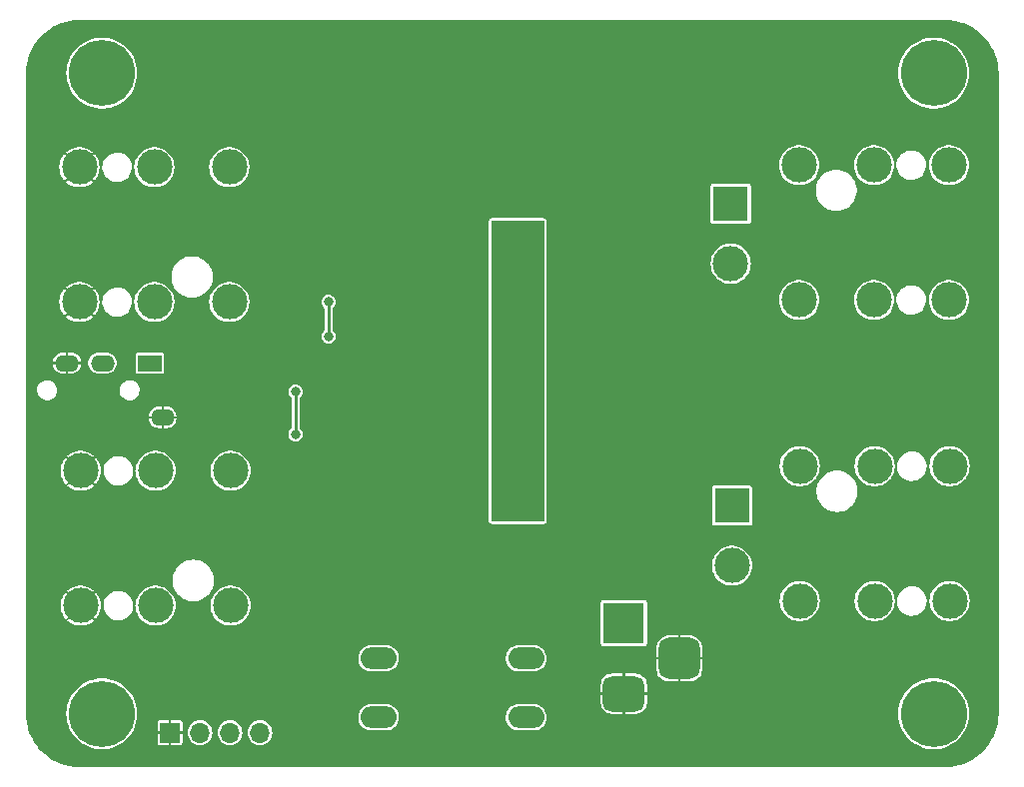
<source format=gbr>
%TF.GenerationSoftware,KiCad,Pcbnew,7.0.7*%
%TF.CreationDate,2024-04-25T11:27:23-04:00*%
%TF.ProjectId,TPA3116_breakout_v1,54504133-3131-4365-9f62-7265616b6f75,rev?*%
%TF.SameCoordinates,Original*%
%TF.FileFunction,Copper,L2,Bot*%
%TF.FilePolarity,Positive*%
%FSLAX46Y46*%
G04 Gerber Fmt 4.6, Leading zero omitted, Abs format (unit mm)*
G04 Created by KiCad (PCBNEW 7.0.7) date 2024-04-25 11:27:23*
%MOMM*%
%LPD*%
G01*
G04 APERTURE LIST*
G04 Aperture macros list*
%AMRoundRect*
0 Rectangle with rounded corners*
0 $1 Rounding radius*
0 $2 $3 $4 $5 $6 $7 $8 $9 X,Y pos of 4 corners*
0 Add a 4 corners polygon primitive as box body*
4,1,4,$2,$3,$4,$5,$6,$7,$8,$9,$2,$3,0*
0 Add four circle primitives for the rounded corners*
1,1,$1+$1,$2,$3*
1,1,$1+$1,$4,$5*
1,1,$1+$1,$6,$7*
1,1,$1+$1,$8,$9*
0 Add four rect primitives between the rounded corners*
20,1,$1+$1,$2,$3,$4,$5,0*
20,1,$1+$1,$4,$5,$6,$7,0*
20,1,$1+$1,$6,$7,$8,$9,0*
20,1,$1+$1,$8,$9,$2,$3,0*%
G04 Aperture macros list end*
%TA.AperFunction,ComponentPad*%
%ADD10C,5.600000*%
%TD*%
%TA.AperFunction,ComponentPad*%
%ADD11O,1.700000X1.700000*%
%TD*%
%TA.AperFunction,ComponentPad*%
%ADD12R,1.700000X1.700000*%
%TD*%
%TA.AperFunction,ComponentPad*%
%ADD13C,3.000000*%
%TD*%
%TA.AperFunction,ComponentPad*%
%ADD14R,3.000000X3.000000*%
%TD*%
%TA.AperFunction,ComponentPad*%
%ADD15R,3.500000X3.500000*%
%TD*%
%TA.AperFunction,ComponentPad*%
%ADD16RoundRect,0.750000X1.000000X-0.750000X1.000000X0.750000X-1.000000X0.750000X-1.000000X-0.750000X0*%
%TD*%
%TA.AperFunction,ComponentPad*%
%ADD17RoundRect,0.875000X0.875000X-0.875000X0.875000X0.875000X-0.875000X0.875000X-0.875000X-0.875000X0*%
%TD*%
%TA.AperFunction,ComponentPad*%
%ADD18O,3.048000X1.850000*%
%TD*%
%TA.AperFunction,ComponentPad*%
%ADD19O,2.000000X1.400000*%
%TD*%
%TA.AperFunction,ComponentPad*%
%ADD20R,2.000000X1.400000*%
%TD*%
%TA.AperFunction,ViaPad*%
%ADD21C,0.800000*%
%TD*%
%TA.AperFunction,Conductor*%
%ADD22C,0.250000*%
%TD*%
G04 APERTURE END LIST*
D10*
%TO.P,H4,1*%
%TO.N,N/C*%
X176500000Y-55000000D03*
%TD*%
%TO.P,H1,1*%
%TO.N,N/C*%
X106000000Y-109300000D03*
%TD*%
D11*
%TO.P,J9,4,Pin_4*%
%TO.N,SYNC*%
X119400000Y-110900000D03*
%TO.P,J9,3,Pin_3*%
%TO.N,MUTE*%
X116860000Y-110900000D03*
%TO.P,J9,2,Pin_2*%
%TO.N,GVCC*%
X114320000Y-110900000D03*
D12*
%TO.P,J9,1,Pin_1*%
%TO.N,GND*%
X111780000Y-110900000D03*
%TD*%
D13*
%TO.P,J2,R*%
%TO.N,unconnected-(J2-PadR)*%
X110450000Y-74400000D03*
%TO.P,J2,RN*%
%TO.N,unconnected-(J2-PadRN)*%
X110450000Y-62970000D03*
%TO.P,J2,S*%
%TO.N,GND*%
X104100000Y-74400000D03*
%TO.P,J2,SN*%
X104100000Y-62970000D03*
%TO.P,J2,T*%
%TO.N,Net-(C9-Pad1)*%
X116800000Y-74400000D03*
%TO.P,J2,TN*%
X116800000Y-62970000D03*
%TD*%
D14*
%TO.P,J8,1,Pin_1*%
%TO.N,LEFTPOUT*%
X159400000Y-91660000D03*
D13*
%TO.P,J8,2,Pin_2*%
%TO.N,LEFTNOUT*%
X159400000Y-96740000D03*
%TD*%
D14*
%TO.P,J7,1,Pin_1*%
%TO.N,RIGHTPOUT*%
X159300000Y-66060000D03*
D13*
%TO.P,J7,2,Pin_2*%
%TO.N,RIGHTNOUT*%
X159300000Y-71140000D03*
%TD*%
D10*
%TO.P,H2,1*%
%TO.N,N/C*%
X176500000Y-109300000D03*
%TD*%
D13*
%TO.P,J6,R*%
%TO.N,unconnected-(J6-PadR)*%
X171500000Y-88315000D03*
%TO.P,J6,RN*%
%TO.N,unconnected-(J6-PadRN)*%
X171500000Y-99745000D03*
%TO.P,J6,S*%
%TO.N,LEFTNOUT*%
X177850000Y-88315000D03*
%TO.P,J6,SN*%
X177850000Y-99745000D03*
%TO.P,J6,T*%
%TO.N,LEFTPOUT*%
X165150000Y-88315000D03*
%TO.P,J6,TN*%
%TO.N,unconnected-(J6-PadTN)*%
X165150000Y-99745000D03*
%TD*%
D15*
%TO.P,J4,1*%
%TO.N,+24V*%
X150240000Y-101600000D03*
D16*
%TO.P,J4,2*%
%TO.N,GND*%
X150240000Y-107600000D03*
D17*
%TO.P,J4,3*%
X154940000Y-104600000D03*
%TD*%
D10*
%TO.P,H3,1*%
%TO.N,N/C*%
X106000000Y-55000000D03*
%TD*%
D13*
%TO.P,J3,R*%
%TO.N,unconnected-(J3-PadR)*%
X110550000Y-100130000D03*
%TO.P,J3,RN*%
%TO.N,unconnected-(J3-PadRN)*%
X110550000Y-88700000D03*
%TO.P,J3,S*%
%TO.N,GND*%
X104200000Y-100130000D03*
%TO.P,J3,SN*%
X104200000Y-88700000D03*
%TO.P,J3,T*%
%TO.N,Net-(C10-Pad1)*%
X116900000Y-100130000D03*
%TO.P,J3,TN*%
X116900000Y-88700000D03*
%TD*%
D18*
%TO.P,SW1,2,2*%
%TO.N,MUTE*%
X141960000Y-109600000D03*
X129460000Y-109600000D03*
%TO.P,SW1,1,1*%
%TO.N,GVCC*%
X141960000Y-104600000D03*
X129460000Y-104600000D03*
%TD*%
D13*
%TO.P,J5,R*%
%TO.N,unconnected-(J5-PadR)*%
X171450000Y-62795000D03*
%TO.P,J5,RN*%
%TO.N,unconnected-(J5-PadRN)*%
X171450000Y-74225000D03*
%TO.P,J5,S*%
%TO.N,RIGHTNOUT*%
X177800000Y-62795000D03*
%TO.P,J5,SN*%
X177800000Y-74225000D03*
%TO.P,J5,T*%
%TO.N,RIGHTPOUT*%
X165100000Y-62795000D03*
%TO.P,J5,TN*%
%TO.N,unconnected-(J5-PadTN)*%
X165100000Y-74225000D03*
%TD*%
D19*
%TO.P,J1,G*%
%TO.N,GND*%
X111150000Y-84182500D03*
%TO.P,J1,R*%
%TO.N,Net-(C9-Pad1)*%
X106050000Y-79582500D03*
%TO.P,J1,S*%
%TO.N,GND*%
X103050000Y-79582500D03*
D20*
%TO.P,J1,T*%
%TO.N,Net-(C10-Pad1)*%
X110050000Y-79582500D03*
%TD*%
D21*
%TO.N,GND*%
X117800000Y-103600000D03*
X114500000Y-106000000D03*
X115700000Y-112300000D03*
X118300000Y-108900000D03*
X136700000Y-73400000D03*
%TO.N,GVCC*%
X125200000Y-77300000D03*
X125200000Y-74400000D03*
%TO.N,GND*%
X144700000Y-65600000D03*
X145300000Y-89200000D03*
X145300000Y-87400000D03*
%TO.N,GVCC*%
X122400000Y-85600000D03*
X122400000Y-82000000D03*
%TO.N,GND*%
X144400000Y-73800000D03*
X134900000Y-85500000D03*
X134900000Y-84300000D03*
X134900000Y-83000000D03*
X138200000Y-83000000D03*
X138200000Y-84300000D03*
X138200000Y-85500000D03*
X136700000Y-85500000D03*
X136700000Y-84300000D03*
X136700000Y-83000000D03*
X136700000Y-78000000D03*
X136700000Y-76800000D03*
X136700000Y-75600000D03*
X138200000Y-75600000D03*
X138200000Y-76800000D03*
X138200000Y-78000000D03*
X135000000Y-75600000D03*
X135000000Y-76800000D03*
X135000000Y-78000000D03*
X136700000Y-79100000D03*
X137700000Y-79100000D03*
X137700000Y-80500000D03*
X137700000Y-81900000D03*
X136700000Y-81900000D03*
X135600000Y-81900000D03*
X135600000Y-80500000D03*
X135600000Y-79100000D03*
X169500000Y-78000000D03*
%TO.N,+24V*%
X143000000Y-68300000D03*
X139900000Y-70700000D03*
X142700000Y-92000000D03*
X141200000Y-92000000D03*
X141500000Y-68300000D03*
X143000000Y-69500000D03*
X139600000Y-92000000D03*
X139600000Y-90900000D03*
X139900000Y-69500000D03*
X141500000Y-70700000D03*
X141200000Y-90900000D03*
X142700000Y-90900000D03*
X139900000Y-68300000D03*
X141200000Y-89800000D03*
X141500000Y-69500000D03*
X139600000Y-89800000D03*
%TO.N,GND*%
X118300000Y-85600000D03*
X122300000Y-79300000D03*
X118300000Y-77200000D03*
%TD*%
D22*
%TO.N,GVCC*%
X125200000Y-74400000D02*
X125200000Y-77300000D01*
X122400000Y-85600000D02*
X122400000Y-82000000D01*
%TD*%
%TA.AperFunction,Conductor*%
%TO.N,+24V*%
G36*
X143481694Y-67518306D02*
G01*
X143500000Y-67562500D01*
X143500000Y-92937500D01*
X143481694Y-92981694D01*
X143437500Y-93000000D01*
X139062500Y-93000000D01*
X139018306Y-92981694D01*
X139000000Y-92937500D01*
X139000000Y-67562500D01*
X139018306Y-67518306D01*
X139062500Y-67500000D01*
X143437500Y-67500000D01*
X143481694Y-67518306D01*
G37*
%TD.AperFunction*%
%TD*%
%TA.AperFunction,Conductor*%
%TO.N,GND*%
G36*
X177890016Y-50517528D02*
G01*
X177894291Y-50517902D01*
X178279195Y-50568577D01*
X178283425Y-50569322D01*
X178662453Y-50653350D01*
X178666601Y-50654461D01*
X178871273Y-50718994D01*
X179036857Y-50771203D01*
X179040913Y-50772678D01*
X179220245Y-50846960D01*
X179399574Y-50921241D01*
X179403490Y-50923067D01*
X179747833Y-51102321D01*
X179751568Y-51104478D01*
X180078988Y-51313067D01*
X180082519Y-51315539D01*
X180247315Y-51441991D01*
X180390511Y-51551869D01*
X180393804Y-51554631D01*
X180680049Y-51816927D01*
X180683072Y-51819950D01*
X180945366Y-52106193D01*
X180948128Y-52109486D01*
X181168812Y-52397087D01*
X181184454Y-52417471D01*
X181186932Y-52421011D01*
X181395521Y-52748431D01*
X181397682Y-52752173D01*
X181576932Y-53096509D01*
X181578758Y-53100425D01*
X181727319Y-53459082D01*
X181728796Y-53463142D01*
X181845534Y-53833386D01*
X181846652Y-53837560D01*
X181930673Y-54216554D01*
X181931423Y-54220809D01*
X181982095Y-54605695D01*
X181982472Y-54609999D01*
X181999500Y-55000000D01*
X181999500Y-109300000D01*
X181982472Y-109690000D01*
X181982095Y-109694304D01*
X181931423Y-110079190D01*
X181930673Y-110083445D01*
X181846652Y-110462439D01*
X181845534Y-110466613D01*
X181728796Y-110836857D01*
X181727319Y-110840917D01*
X181578758Y-111199574D01*
X181576932Y-111203490D01*
X181397682Y-111547826D01*
X181395521Y-111551568D01*
X181186932Y-111878988D01*
X181184454Y-111882528D01*
X180948130Y-112190511D01*
X180945356Y-112193817D01*
X180847600Y-112300500D01*
X180683088Y-112480033D01*
X180680033Y-112483088D01*
X180393821Y-112745353D01*
X180390511Y-112748130D01*
X180082528Y-112984454D01*
X180078988Y-112986932D01*
X179751568Y-113195521D01*
X179747826Y-113197682D01*
X179403490Y-113376932D01*
X179399574Y-113378758D01*
X179040917Y-113527319D01*
X179036857Y-113528796D01*
X178666613Y-113645534D01*
X178662439Y-113646652D01*
X178283445Y-113730673D01*
X178279190Y-113731423D01*
X177894304Y-113782095D01*
X177890000Y-113782472D01*
X177500000Y-113799500D01*
X104060000Y-113799500D01*
X103669999Y-113782472D01*
X103665695Y-113782095D01*
X103280809Y-113731423D01*
X103276554Y-113730673D01*
X102897560Y-113646652D01*
X102893386Y-113645534D01*
X102523142Y-113528796D01*
X102519082Y-113527319D01*
X102160425Y-113378758D01*
X102156509Y-113376932D01*
X101812173Y-113197682D01*
X101808431Y-113195521D01*
X101481011Y-112986932D01*
X101477471Y-112984454D01*
X101169488Y-112748130D01*
X101166193Y-112745366D01*
X100879950Y-112483072D01*
X100876927Y-112480049D01*
X100614631Y-112193804D01*
X100611869Y-112190511D01*
X100556253Y-112118031D01*
X100375539Y-111882519D01*
X100373067Y-111878988D01*
X100164478Y-111551568D01*
X100162317Y-111547826D01*
X100130228Y-111486184D01*
X99983067Y-111203490D01*
X99981241Y-111199574D01*
X99857153Y-110900000D01*
X99832678Y-110840913D01*
X99831203Y-110836857D01*
X99758078Y-110604935D01*
X99714461Y-110466601D01*
X99713350Y-110462453D01*
X99629322Y-110083425D01*
X99628576Y-110079190D01*
X99622140Y-110030302D01*
X99577902Y-109694291D01*
X99577528Y-109690016D01*
X99560500Y-109300000D01*
X99560500Y-109299999D01*
X102994415Y-109299999D01*
X103014738Y-109648929D01*
X103075430Y-109993133D01*
X103075430Y-109993134D01*
X103175672Y-110327965D01*
X103175674Y-110327972D01*
X103245017Y-110488727D01*
X103314111Y-110648904D01*
X103488870Y-110951596D01*
X103697588Y-111231953D01*
X103873970Y-111418907D01*
X103937443Y-111486184D01*
X103952717Y-111499000D01*
X104205189Y-111710849D01*
X104402553Y-111840658D01*
X104483942Y-111894189D01*
X104497207Y-111902913D01*
X104809549Y-112059777D01*
X105137989Y-112179319D01*
X105137992Y-112179319D01*
X105137993Y-112179320D01*
X105478075Y-112259921D01*
X105478080Y-112259921D01*
X105478086Y-112259923D01*
X105825241Y-112300500D01*
X105825244Y-112300500D01*
X106174756Y-112300500D01*
X106174759Y-112300500D01*
X106521914Y-112259923D01*
X106521920Y-112259921D01*
X106521924Y-112259921D01*
X106814788Y-112190511D01*
X106862011Y-112179319D01*
X107190451Y-112059777D01*
X107502793Y-111902913D01*
X107705333Y-111769700D01*
X110730000Y-111769700D01*
X110741603Y-111828036D01*
X110785806Y-111894189D01*
X110785810Y-111894193D01*
X110851963Y-111938396D01*
X110910299Y-111949999D01*
X110910303Y-111950000D01*
X111679999Y-111950000D01*
X111680000Y-111949999D01*
X111680000Y-111499000D01*
X111698907Y-111440809D01*
X111748407Y-111404845D01*
X111779000Y-111400000D01*
X111781000Y-111400000D01*
X111839191Y-111418907D01*
X111875155Y-111468407D01*
X111880000Y-111499000D01*
X111880000Y-111949999D01*
X111880001Y-111950000D01*
X112649697Y-111950000D01*
X112649700Y-111949999D01*
X112708036Y-111938396D01*
X112774189Y-111894193D01*
X112774193Y-111894189D01*
X112818396Y-111828036D01*
X112829999Y-111769700D01*
X112830000Y-111769697D01*
X112830000Y-111000001D01*
X112829999Y-111000000D01*
X112379000Y-111000000D01*
X112320809Y-110981093D01*
X112284845Y-110931593D01*
X112280000Y-110901000D01*
X112280000Y-110900003D01*
X113264417Y-110900003D01*
X113284698Y-111105929D01*
X113284699Y-111105934D01*
X113344768Y-111303954D01*
X113442316Y-111486452D01*
X113573585Y-111646404D01*
X113573590Y-111646410D01*
X113573595Y-111646414D01*
X113733547Y-111777683D01*
X113733548Y-111777683D01*
X113733550Y-111777685D01*
X113916046Y-111875232D01*
X114053997Y-111917078D01*
X114114065Y-111935300D01*
X114114070Y-111935301D01*
X114319997Y-111955583D01*
X114320000Y-111955583D01*
X114320003Y-111955583D01*
X114525929Y-111935301D01*
X114525934Y-111935300D01*
X114525933Y-111935299D01*
X114723954Y-111875232D01*
X114906450Y-111777685D01*
X115066410Y-111646410D01*
X115197685Y-111486450D01*
X115295232Y-111303954D01*
X115355300Y-111105934D01*
X115355301Y-111105929D01*
X115375583Y-110900003D01*
X115804417Y-110900003D01*
X115824698Y-111105929D01*
X115824699Y-111105934D01*
X115884768Y-111303954D01*
X115982316Y-111486452D01*
X116113585Y-111646404D01*
X116113590Y-111646410D01*
X116113595Y-111646414D01*
X116273547Y-111777683D01*
X116273548Y-111777683D01*
X116273550Y-111777685D01*
X116456046Y-111875232D01*
X116593996Y-111917078D01*
X116654065Y-111935300D01*
X116654070Y-111935301D01*
X116859997Y-111955583D01*
X116860000Y-111955583D01*
X116860003Y-111955583D01*
X117065929Y-111935301D01*
X117065934Y-111935300D01*
X117065933Y-111935299D01*
X117263954Y-111875232D01*
X117446450Y-111777685D01*
X117606410Y-111646410D01*
X117737685Y-111486450D01*
X117835232Y-111303954D01*
X117895300Y-111105934D01*
X117895301Y-111105929D01*
X117915583Y-110900003D01*
X118344417Y-110900003D01*
X118364698Y-111105929D01*
X118364699Y-111105934D01*
X118424768Y-111303954D01*
X118522316Y-111486452D01*
X118653585Y-111646404D01*
X118653590Y-111646410D01*
X118653595Y-111646414D01*
X118813547Y-111777683D01*
X118813548Y-111777683D01*
X118813550Y-111777685D01*
X118996046Y-111875232D01*
X119133996Y-111917078D01*
X119194065Y-111935300D01*
X119194070Y-111935301D01*
X119399997Y-111955583D01*
X119400000Y-111955583D01*
X119400003Y-111955583D01*
X119605929Y-111935301D01*
X119605934Y-111935300D01*
X119605933Y-111935299D01*
X119803954Y-111875232D01*
X119986450Y-111777685D01*
X120146410Y-111646410D01*
X120277685Y-111486450D01*
X120375232Y-111303954D01*
X120435300Y-111105934D01*
X120435301Y-111105929D01*
X120455583Y-110900003D01*
X120455583Y-110899996D01*
X120435301Y-110694070D01*
X120435300Y-110694065D01*
X120391944Y-110551139D01*
X120375232Y-110496046D01*
X120277685Y-110313550D01*
X120146410Y-110153590D01*
X120060938Y-110083445D01*
X119986452Y-110022316D01*
X119803954Y-109924768D01*
X119605934Y-109864699D01*
X119605929Y-109864698D01*
X119400003Y-109844417D01*
X119399997Y-109844417D01*
X119194070Y-109864698D01*
X119194065Y-109864699D01*
X118996045Y-109924768D01*
X118813547Y-110022316D01*
X118653595Y-110153585D01*
X118653585Y-110153595D01*
X118522316Y-110313547D01*
X118424768Y-110496045D01*
X118364699Y-110694065D01*
X118364698Y-110694070D01*
X118344417Y-110899996D01*
X118344417Y-110900003D01*
X117915583Y-110900003D01*
X117915583Y-110899996D01*
X117895301Y-110694070D01*
X117895300Y-110694065D01*
X117851944Y-110551139D01*
X117835232Y-110496046D01*
X117737685Y-110313550D01*
X117606410Y-110153590D01*
X117520938Y-110083445D01*
X117446452Y-110022316D01*
X117263954Y-109924768D01*
X117065934Y-109864699D01*
X117065929Y-109864698D01*
X116860003Y-109844417D01*
X116859997Y-109844417D01*
X116654070Y-109864698D01*
X116654065Y-109864699D01*
X116456045Y-109924768D01*
X116273547Y-110022316D01*
X116113595Y-110153585D01*
X116113585Y-110153595D01*
X115982316Y-110313547D01*
X115884768Y-110496045D01*
X115824699Y-110694065D01*
X115824698Y-110694070D01*
X115804417Y-110899996D01*
X115804417Y-110900003D01*
X115375583Y-110900003D01*
X115375583Y-110899996D01*
X115355301Y-110694070D01*
X115355300Y-110694065D01*
X115311944Y-110551139D01*
X115295232Y-110496046D01*
X115197685Y-110313550D01*
X115066410Y-110153590D01*
X114980938Y-110083445D01*
X114906452Y-110022316D01*
X114723954Y-109924768D01*
X114525934Y-109864699D01*
X114525929Y-109864698D01*
X114320003Y-109844417D01*
X114319997Y-109844417D01*
X114114070Y-109864698D01*
X114114065Y-109864699D01*
X113916045Y-109924768D01*
X113733547Y-110022316D01*
X113573595Y-110153585D01*
X113573585Y-110153595D01*
X113442316Y-110313547D01*
X113344768Y-110496045D01*
X113284699Y-110694065D01*
X113284698Y-110694070D01*
X113264417Y-110899996D01*
X113264417Y-110900003D01*
X112280000Y-110900003D01*
X112280000Y-110899000D01*
X112298907Y-110840809D01*
X112348407Y-110804845D01*
X112379000Y-110800000D01*
X112829999Y-110800000D01*
X112830000Y-110799999D01*
X112830000Y-110030302D01*
X112829999Y-110030299D01*
X112818396Y-109971963D01*
X112774193Y-109905810D01*
X112774189Y-109905806D01*
X112708036Y-109861603D01*
X112649700Y-109850000D01*
X111880001Y-109850000D01*
X111880000Y-109850001D01*
X111880000Y-110301000D01*
X111861093Y-110359191D01*
X111811593Y-110395155D01*
X111781000Y-110400000D01*
X111779000Y-110400000D01*
X111720809Y-110381093D01*
X111684845Y-110331593D01*
X111680000Y-110301000D01*
X111680000Y-109850001D01*
X111679999Y-109850000D01*
X110910299Y-109850000D01*
X110851963Y-109861603D01*
X110785810Y-109905806D01*
X110785806Y-109905810D01*
X110741603Y-109971963D01*
X110730000Y-110030299D01*
X110730000Y-110799999D01*
X110730001Y-110800000D01*
X111181000Y-110800000D01*
X111239191Y-110818907D01*
X111275155Y-110868407D01*
X111280000Y-110899000D01*
X111280000Y-110901000D01*
X111261093Y-110959191D01*
X111211593Y-110995155D01*
X111181000Y-111000000D01*
X110730001Y-111000000D01*
X110730000Y-111000001D01*
X110730000Y-111769700D01*
X107705333Y-111769700D01*
X107794811Y-111710849D01*
X108062558Y-111486183D01*
X108302412Y-111231953D01*
X108511130Y-110951596D01*
X108685889Y-110648904D01*
X108824326Y-110327971D01*
X108924569Y-109993136D01*
X108985262Y-109648927D01*
X108991245Y-109546205D01*
X127731661Y-109546205D01*
X127741888Y-109760904D01*
X127741889Y-109760911D01*
X127792561Y-109969785D01*
X127792562Y-109969788D01*
X127792563Y-109969790D01*
X127803224Y-109993134D01*
X127881852Y-110165307D01*
X127881855Y-110165312D01*
X128006531Y-110340396D01*
X128006533Y-110340398D01*
X128006534Y-110340399D01*
X128162097Y-110488727D01*
X128342920Y-110604935D01*
X128542468Y-110684822D01*
X128753528Y-110725500D01*
X128753531Y-110725500D01*
X130112618Y-110725500D01*
X130272971Y-110710188D01*
X130479209Y-110649631D01*
X130670259Y-110551138D01*
X130839217Y-110418268D01*
X130979976Y-110255824D01*
X131087448Y-110069677D01*
X131157750Y-109866554D01*
X131188339Y-109653797D01*
X131183214Y-109546205D01*
X140231661Y-109546205D01*
X140241888Y-109760904D01*
X140241889Y-109760911D01*
X140292561Y-109969785D01*
X140292562Y-109969788D01*
X140292563Y-109969790D01*
X140303224Y-109993134D01*
X140381852Y-110165307D01*
X140381855Y-110165312D01*
X140506531Y-110340396D01*
X140506533Y-110340398D01*
X140506534Y-110340399D01*
X140662097Y-110488727D01*
X140842920Y-110604935D01*
X141042468Y-110684822D01*
X141253528Y-110725500D01*
X141253531Y-110725500D01*
X142612618Y-110725500D01*
X142772971Y-110710188D01*
X142979209Y-110649631D01*
X143170259Y-110551138D01*
X143339217Y-110418268D01*
X143479976Y-110255824D01*
X143587448Y-110069677D01*
X143657750Y-109866554D01*
X143688339Y-109653797D01*
X143678112Y-109439096D01*
X143627437Y-109230210D01*
X143538146Y-109034690D01*
X143478601Y-108951070D01*
X143413468Y-108859603D01*
X143413466Y-108859601D01*
X143257903Y-108711273D01*
X143077080Y-108595065D01*
X143077077Y-108595064D01*
X143077076Y-108595063D01*
X142965435Y-108550369D01*
X142877532Y-108515178D01*
X142666472Y-108474500D01*
X141307382Y-108474500D01*
X141147028Y-108489812D01*
X140940786Y-108550370D01*
X140749743Y-108648860D01*
X140749740Y-108648862D01*
X140580782Y-108781731D01*
X140440023Y-108944176D01*
X140332550Y-109130327D01*
X140262251Y-109333441D01*
X140262249Y-109333447D01*
X140231661Y-109546197D01*
X140231661Y-109546205D01*
X131183214Y-109546205D01*
X131178112Y-109439096D01*
X131127437Y-109230210D01*
X131038146Y-109034690D01*
X130978601Y-108951070D01*
X130913468Y-108859603D01*
X130913466Y-108859601D01*
X130757903Y-108711273D01*
X130577080Y-108595065D01*
X130577077Y-108595064D01*
X130577076Y-108595063D01*
X130465435Y-108550369D01*
X130377532Y-108515178D01*
X130166472Y-108474500D01*
X128807382Y-108474500D01*
X128647028Y-108489812D01*
X128440786Y-108550370D01*
X128249743Y-108648860D01*
X128249740Y-108648862D01*
X128080782Y-108781731D01*
X127940023Y-108944176D01*
X127832550Y-109130327D01*
X127762251Y-109333441D01*
X127762249Y-109333447D01*
X127731661Y-109546197D01*
X127731661Y-109546205D01*
X108991245Y-109546205D01*
X109005585Y-109300000D01*
X108985262Y-108951073D01*
X108924569Y-108606864D01*
X108824326Y-108272029D01*
X108685889Y-107951096D01*
X108511130Y-107648404D01*
X108400647Y-107499999D01*
X148290000Y-107499999D01*
X148290001Y-107500000D01*
X148641000Y-107500000D01*
X148699191Y-107518907D01*
X148735155Y-107568407D01*
X148740000Y-107599000D01*
X148740000Y-107601000D01*
X148721093Y-107659191D01*
X148671593Y-107695155D01*
X148641000Y-107700000D01*
X148290002Y-107700000D01*
X148290001Y-107700001D01*
X148290001Y-108405095D01*
X148300079Y-108518461D01*
X148300080Y-108518468D01*
X148353229Y-108704216D01*
X148442684Y-108875471D01*
X148564781Y-109025212D01*
X148564787Y-109025218D01*
X148714528Y-109147315D01*
X148885783Y-109236770D01*
X149071533Y-109289920D01*
X149184903Y-109300000D01*
X149184904Y-109300000D01*
X150139998Y-109299999D01*
X150140000Y-109299997D01*
X150140000Y-108199000D01*
X150158907Y-108140809D01*
X150208407Y-108104845D01*
X150239000Y-108100000D01*
X150241000Y-108100000D01*
X150299191Y-108118907D01*
X150335155Y-108168407D01*
X150340000Y-108199000D01*
X150340000Y-109299998D01*
X150340001Y-109299999D01*
X151295095Y-109299999D01*
X173494415Y-109299999D01*
X173514738Y-109648929D01*
X173575430Y-109993133D01*
X173575430Y-109993134D01*
X173675672Y-110327965D01*
X173675674Y-110327972D01*
X173745017Y-110488727D01*
X173814111Y-110648904D01*
X173988870Y-110951596D01*
X174197588Y-111231953D01*
X174373970Y-111418907D01*
X174437443Y-111486184D01*
X174452717Y-111499000D01*
X174705189Y-111710849D01*
X174902553Y-111840658D01*
X174983942Y-111894189D01*
X174997207Y-111902913D01*
X175309549Y-112059777D01*
X175637989Y-112179319D01*
X175637992Y-112179319D01*
X175637993Y-112179320D01*
X175978075Y-112259921D01*
X175978080Y-112259921D01*
X175978086Y-112259923D01*
X176325241Y-112300500D01*
X176325244Y-112300500D01*
X176674756Y-112300500D01*
X176674759Y-112300500D01*
X177021914Y-112259923D01*
X177021920Y-112259921D01*
X177021924Y-112259921D01*
X177314788Y-112190511D01*
X177362011Y-112179319D01*
X177690451Y-112059777D01*
X178002793Y-111902913D01*
X178294811Y-111710849D01*
X178562558Y-111486183D01*
X178802412Y-111231953D01*
X179011130Y-110951596D01*
X179185889Y-110648904D01*
X179324326Y-110327971D01*
X179424569Y-109993136D01*
X179485262Y-109648927D01*
X179505585Y-109300000D01*
X179485262Y-108951073D01*
X179424569Y-108606864D01*
X179324326Y-108272029D01*
X179185889Y-107951096D01*
X179011130Y-107648404D01*
X178802412Y-107368047D01*
X178562558Y-107113817D01*
X178540317Y-107095155D01*
X178464567Y-107031593D01*
X178294811Y-106889151D01*
X178200157Y-106826896D01*
X178002794Y-106697087D01*
X177690453Y-106540224D01*
X177690452Y-106540223D01*
X177690451Y-106540223D01*
X177362011Y-106420681D01*
X177362012Y-106420681D01*
X177362006Y-106420679D01*
X177021924Y-106340078D01*
X176888885Y-106324528D01*
X176674759Y-106299500D01*
X176325241Y-106299500D01*
X176133950Y-106321858D01*
X175978075Y-106340078D01*
X175637993Y-106420679D01*
X175441191Y-106492309D01*
X175309549Y-106540223D01*
X175309548Y-106540223D01*
X175309546Y-106540224D01*
X174997205Y-106697087D01*
X174705190Y-106889150D01*
X174437443Y-107113815D01*
X174197591Y-107368043D01*
X173988871Y-107648402D01*
X173988869Y-107648405D01*
X173814111Y-107951095D01*
X173814108Y-107951102D01*
X173675674Y-108272027D01*
X173675672Y-108272034D01*
X173575430Y-108606865D01*
X173575430Y-108606866D01*
X173514738Y-108951070D01*
X173494415Y-109299999D01*
X151295095Y-109299999D01*
X151408461Y-109289920D01*
X151408468Y-109289919D01*
X151594216Y-109236770D01*
X151765471Y-109147315D01*
X151915212Y-109025218D01*
X151915218Y-109025212D01*
X152037315Y-108875471D01*
X152126770Y-108704216D01*
X152179920Y-108518466D01*
X152190000Y-108405097D01*
X152190000Y-107700001D01*
X152189999Y-107700000D01*
X151839000Y-107700000D01*
X151780809Y-107681093D01*
X151744845Y-107631593D01*
X151740000Y-107601000D01*
X151740000Y-107599000D01*
X151758907Y-107540809D01*
X151808407Y-107504845D01*
X151839000Y-107500000D01*
X152189998Y-107500000D01*
X152189999Y-107499999D01*
X152189999Y-106794905D01*
X152179920Y-106681538D01*
X152179919Y-106681531D01*
X152126770Y-106495783D01*
X152037315Y-106324528D01*
X151915218Y-106174787D01*
X151915212Y-106174781D01*
X151765471Y-106052684D01*
X151594216Y-105963229D01*
X151408466Y-105910079D01*
X151295097Y-105900000D01*
X150340001Y-105900000D01*
X150340000Y-105900001D01*
X150340000Y-107001000D01*
X150321093Y-107059191D01*
X150271593Y-107095155D01*
X150241000Y-107100000D01*
X150239000Y-107100000D01*
X150180809Y-107081093D01*
X150144845Y-107031593D01*
X150140000Y-107001000D01*
X150140000Y-105900001D01*
X150139999Y-105900000D01*
X149184905Y-105900001D01*
X149071538Y-105910079D01*
X149071531Y-105910080D01*
X148885783Y-105963229D01*
X148714528Y-106052684D01*
X148564787Y-106174781D01*
X148564781Y-106174787D01*
X148442684Y-106324528D01*
X148353229Y-106495783D01*
X148300079Y-106681533D01*
X148290000Y-106794903D01*
X148290000Y-107499999D01*
X108400647Y-107499999D01*
X108302412Y-107368047D01*
X108062558Y-107113817D01*
X108040317Y-107095155D01*
X107964567Y-107031593D01*
X107794811Y-106889151D01*
X107700157Y-106826896D01*
X107502794Y-106697087D01*
X107190453Y-106540224D01*
X107190452Y-106540223D01*
X107190451Y-106540223D01*
X106862011Y-106420681D01*
X106862012Y-106420681D01*
X106862006Y-106420679D01*
X106521924Y-106340078D01*
X106388885Y-106324528D01*
X106174759Y-106299500D01*
X105825241Y-106299500D01*
X105633950Y-106321858D01*
X105478075Y-106340078D01*
X105137993Y-106420679D01*
X104941191Y-106492309D01*
X104809549Y-106540223D01*
X104809548Y-106540223D01*
X104809546Y-106540224D01*
X104497205Y-106697087D01*
X104205190Y-106889150D01*
X103937443Y-107113815D01*
X103697591Y-107368043D01*
X103488871Y-107648402D01*
X103488869Y-107648405D01*
X103314111Y-107951095D01*
X103314108Y-107951102D01*
X103175674Y-108272027D01*
X103175672Y-108272034D01*
X103075430Y-108606865D01*
X103075430Y-108606866D01*
X103014738Y-108951070D01*
X102994415Y-109299999D01*
X99560500Y-109299999D01*
X99560500Y-109234108D01*
X99560500Y-104546205D01*
X127731661Y-104546205D01*
X127741888Y-104760904D01*
X127741889Y-104760911D01*
X127792561Y-104969785D01*
X127881852Y-105165307D01*
X127881855Y-105165312D01*
X128006531Y-105340396D01*
X128006533Y-105340398D01*
X128006534Y-105340399D01*
X128162097Y-105488727D01*
X128342920Y-105604935D01*
X128542468Y-105684822D01*
X128753528Y-105725500D01*
X128753531Y-105725500D01*
X130112618Y-105725500D01*
X130272971Y-105710188D01*
X130479209Y-105649631D01*
X130670259Y-105551138D01*
X130839217Y-105418268D01*
X130979976Y-105255824D01*
X131087448Y-105069677D01*
X131157750Y-104866554D01*
X131188339Y-104653797D01*
X131183214Y-104546205D01*
X140231661Y-104546205D01*
X140241888Y-104760904D01*
X140241889Y-104760911D01*
X140292561Y-104969785D01*
X140381852Y-105165307D01*
X140381855Y-105165312D01*
X140506531Y-105340396D01*
X140506533Y-105340398D01*
X140506534Y-105340399D01*
X140662097Y-105488727D01*
X140842920Y-105604935D01*
X141042468Y-105684822D01*
X141253528Y-105725500D01*
X141253531Y-105725500D01*
X142612618Y-105725500D01*
X142772971Y-105710188D01*
X142979209Y-105649631D01*
X143158725Y-105557084D01*
X152990000Y-105557084D01*
X152992747Y-105603204D01*
X152992748Y-105603214D01*
X153036384Y-105803804D01*
X153036387Y-105803811D01*
X153117202Y-105992534D01*
X153232276Y-106162554D01*
X153377445Y-106307723D01*
X153547465Y-106422797D01*
X153736188Y-106503612D01*
X153736195Y-106503615D01*
X153936785Y-106547251D01*
X153936795Y-106547252D01*
X153982916Y-106550000D01*
X154839999Y-106550000D01*
X154840000Y-106549999D01*
X154840000Y-106199000D01*
X154858907Y-106140809D01*
X154908407Y-106104845D01*
X154939000Y-106100000D01*
X154941000Y-106100000D01*
X154999191Y-106118907D01*
X155035155Y-106168407D01*
X155040000Y-106199000D01*
X155040000Y-106549999D01*
X155040001Y-106550000D01*
X155897084Y-106550000D01*
X155943204Y-106547252D01*
X155943214Y-106547251D01*
X156143804Y-106503615D01*
X156143811Y-106503612D01*
X156332534Y-106422797D01*
X156502554Y-106307723D01*
X156647723Y-106162554D01*
X156762797Y-105992534D01*
X156843612Y-105803811D01*
X156843615Y-105803804D01*
X156887251Y-105603214D01*
X156887252Y-105603204D01*
X156890000Y-105557084D01*
X156890000Y-104700001D01*
X156889999Y-104700000D01*
X155539000Y-104700000D01*
X155480809Y-104681093D01*
X155444845Y-104631593D01*
X155440000Y-104601000D01*
X155440000Y-104599000D01*
X155458907Y-104540809D01*
X155508407Y-104504845D01*
X155539000Y-104500000D01*
X156889999Y-104500000D01*
X156890000Y-104499998D01*
X156890000Y-103642916D01*
X156887252Y-103596795D01*
X156887251Y-103596785D01*
X156843615Y-103396195D01*
X156843612Y-103396188D01*
X156762797Y-103207465D01*
X156647723Y-103037445D01*
X156502554Y-102892276D01*
X156332534Y-102777202D01*
X156143811Y-102696387D01*
X156143804Y-102696384D01*
X155943214Y-102652748D01*
X155943204Y-102652747D01*
X155897084Y-102650000D01*
X155040000Y-102650000D01*
X155040000Y-103001000D01*
X155021093Y-103059191D01*
X154971593Y-103095155D01*
X154941000Y-103100000D01*
X154939000Y-103100000D01*
X154880809Y-103081093D01*
X154844845Y-103031593D01*
X154840000Y-103001000D01*
X154840000Y-102650001D01*
X154839999Y-102650000D01*
X153982916Y-102650000D01*
X153936795Y-102652747D01*
X153936785Y-102652748D01*
X153736195Y-102696384D01*
X153736188Y-102696387D01*
X153547465Y-102777202D01*
X153377445Y-102892276D01*
X153232276Y-103037445D01*
X153117202Y-103207465D01*
X153036387Y-103396188D01*
X153036384Y-103396195D01*
X152992748Y-103596785D01*
X152992747Y-103596795D01*
X152990000Y-103642916D01*
X152990000Y-104499999D01*
X152990001Y-104500000D01*
X154341000Y-104500000D01*
X154399191Y-104518907D01*
X154435155Y-104568407D01*
X154440000Y-104599000D01*
X154440000Y-104601000D01*
X154421093Y-104659191D01*
X154371593Y-104695155D01*
X154341000Y-104700000D01*
X152990001Y-104700000D01*
X152990000Y-104700001D01*
X152990000Y-105557084D01*
X143158725Y-105557084D01*
X143170259Y-105551138D01*
X143339217Y-105418268D01*
X143479976Y-105255824D01*
X143587448Y-105069677D01*
X143657750Y-104866554D01*
X143688339Y-104653797D01*
X143678112Y-104439096D01*
X143627437Y-104230210D01*
X143538146Y-104034690D01*
X143538144Y-104034687D01*
X143413468Y-103859603D01*
X143413466Y-103859601D01*
X143257903Y-103711273D01*
X143077080Y-103595065D01*
X143077077Y-103595064D01*
X143077076Y-103595063D01*
X142936699Y-103538865D01*
X142877532Y-103515178D01*
X142666472Y-103474500D01*
X141307382Y-103474500D01*
X141147028Y-103489812D01*
X140940786Y-103550370D01*
X140749743Y-103648860D01*
X140749740Y-103648862D01*
X140580782Y-103781731D01*
X140440023Y-103944176D01*
X140332550Y-104130327D01*
X140262251Y-104333441D01*
X140262249Y-104333447D01*
X140231661Y-104546197D01*
X140231661Y-104546205D01*
X131183214Y-104546205D01*
X131178112Y-104439096D01*
X131127437Y-104230210D01*
X131038146Y-104034690D01*
X131038144Y-104034687D01*
X130913468Y-103859603D01*
X130913466Y-103859601D01*
X130757903Y-103711273D01*
X130577080Y-103595065D01*
X130577077Y-103595064D01*
X130577076Y-103595063D01*
X130436699Y-103538865D01*
X130377532Y-103515178D01*
X130166472Y-103474500D01*
X128807382Y-103474500D01*
X128647028Y-103489812D01*
X128440786Y-103550370D01*
X128249743Y-103648860D01*
X128249740Y-103648862D01*
X128080782Y-103781731D01*
X127940023Y-103944176D01*
X127832550Y-104130327D01*
X127762251Y-104333441D01*
X127762249Y-104333447D01*
X127731661Y-104546197D01*
X127731661Y-104546205D01*
X99560500Y-104546205D01*
X99560500Y-103369746D01*
X148289500Y-103369746D01*
X148289501Y-103369758D01*
X148301132Y-103428227D01*
X148301134Y-103428233D01*
X148345445Y-103494548D01*
X148345448Y-103494552D01*
X148411769Y-103538867D01*
X148456231Y-103547711D01*
X148470241Y-103550498D01*
X148470246Y-103550498D01*
X148470252Y-103550500D01*
X148470253Y-103550500D01*
X152009747Y-103550500D01*
X152009748Y-103550500D01*
X152068231Y-103538867D01*
X152134552Y-103494552D01*
X152178867Y-103428231D01*
X152190500Y-103369748D01*
X152190500Y-99830252D01*
X152178867Y-99771769D01*
X152160982Y-99745002D01*
X163444732Y-99745002D01*
X163463777Y-99999152D01*
X163463779Y-99999161D01*
X163520492Y-100247639D01*
X163594687Y-100436681D01*
X163613607Y-100484888D01*
X163741041Y-100705612D01*
X163741045Y-100705618D01*
X163741047Y-100705620D01*
X163899940Y-100904866D01*
X163899951Y-100904878D01*
X164086776Y-101078226D01*
X164086778Y-101078227D01*
X164086783Y-101078232D01*
X164297366Y-101221805D01*
X164526996Y-101332389D01*
X164770542Y-101407513D01*
X165022565Y-101445500D01*
X165022570Y-101445500D01*
X165277430Y-101445500D01*
X165277435Y-101445500D01*
X165529458Y-101407513D01*
X165773004Y-101332389D01*
X166002634Y-101221805D01*
X166213217Y-101078232D01*
X166400050Y-100904877D01*
X166422907Y-100876216D01*
X166482636Y-100801318D01*
X166558959Y-100705612D01*
X166686393Y-100484888D01*
X166779508Y-100247637D01*
X166836222Y-99999157D01*
X166853262Y-99771766D01*
X166855268Y-99745002D01*
X169794732Y-99745002D01*
X169813777Y-99999152D01*
X169813779Y-99999161D01*
X169870492Y-100247639D01*
X169944687Y-100436681D01*
X169963607Y-100484888D01*
X170091041Y-100705612D01*
X170091045Y-100705618D01*
X170091047Y-100705620D01*
X170249940Y-100904866D01*
X170249951Y-100904878D01*
X170436776Y-101078226D01*
X170436778Y-101078227D01*
X170436783Y-101078232D01*
X170647366Y-101221805D01*
X170876996Y-101332389D01*
X171120542Y-101407513D01*
X171372565Y-101445500D01*
X171372570Y-101445500D01*
X171627430Y-101445500D01*
X171627435Y-101445500D01*
X171879458Y-101407513D01*
X172123004Y-101332389D01*
X172352634Y-101221805D01*
X172563217Y-101078232D01*
X172750050Y-100904877D01*
X172772907Y-100876216D01*
X172832636Y-100801318D01*
X172908959Y-100705612D01*
X173036393Y-100484888D01*
X173129508Y-100247637D01*
X173186222Y-99999157D01*
X173199992Y-99815404D01*
X173221058Y-99764003D01*
X173374957Y-99764003D01*
X173382931Y-99770762D01*
X173396818Y-99809516D01*
X173425925Y-100024387D01*
X173495483Y-100238466D01*
X173602148Y-100436681D01*
X173602148Y-100436682D01*
X173742491Y-100612665D01*
X173742492Y-100612666D01*
X173912004Y-100760765D01*
X174105236Y-100876215D01*
X174315976Y-100955307D01*
X174537453Y-100995500D01*
X174537457Y-100995500D01*
X174706151Y-100995500D01*
X174706155Y-100995500D01*
X174753560Y-100991233D01*
X174874180Y-100980378D01*
X174874183Y-100980377D01*
X174874188Y-100980377D01*
X175091170Y-100920493D01*
X175293973Y-100822829D01*
X175476078Y-100690522D01*
X175631632Y-100527825D01*
X175755635Y-100339968D01*
X175844103Y-100132988D01*
X175894191Y-99913537D01*
X175901760Y-99745002D01*
X176144732Y-99745002D01*
X176163777Y-99999152D01*
X176163779Y-99999161D01*
X176220492Y-100247639D01*
X176294687Y-100436681D01*
X176313607Y-100484888D01*
X176441041Y-100705612D01*
X176441045Y-100705618D01*
X176441047Y-100705620D01*
X176599940Y-100904866D01*
X176599951Y-100904878D01*
X176786776Y-101078226D01*
X176786778Y-101078227D01*
X176786783Y-101078232D01*
X176997366Y-101221805D01*
X177226996Y-101332389D01*
X177470542Y-101407513D01*
X177722565Y-101445500D01*
X177722570Y-101445500D01*
X177977430Y-101445500D01*
X177977435Y-101445500D01*
X178229458Y-101407513D01*
X178473004Y-101332389D01*
X178702634Y-101221805D01*
X178913217Y-101078232D01*
X179100050Y-100904877D01*
X179122907Y-100876216D01*
X179182636Y-100801318D01*
X179258959Y-100705612D01*
X179386393Y-100484888D01*
X179479508Y-100247637D01*
X179536222Y-99999157D01*
X179553262Y-99771766D01*
X179555268Y-99745002D01*
X179555268Y-99744997D01*
X179542426Y-99573629D01*
X179536222Y-99490843D01*
X179479508Y-99242363D01*
X179386393Y-99005112D01*
X179258959Y-98784388D01*
X179214976Y-98729235D01*
X179100059Y-98585133D01*
X179100048Y-98585121D01*
X178913223Y-98411773D01*
X178913220Y-98411771D01*
X178913217Y-98411768D01*
X178702634Y-98268195D01*
X178473004Y-98157611D01*
X178387333Y-98131185D01*
X178229462Y-98082488D01*
X178229459Y-98082487D01*
X178229458Y-98082487D01*
X178229453Y-98082486D01*
X178229452Y-98082486D01*
X177977438Y-98044500D01*
X177977435Y-98044500D01*
X177722565Y-98044500D01*
X177722561Y-98044500D01*
X177470547Y-98082486D01*
X177470537Y-98082488D01*
X177226995Y-98157611D01*
X176997373Y-98268191D01*
X176997369Y-98268193D01*
X176997366Y-98268195D01*
X176817818Y-98390609D01*
X176786776Y-98411773D01*
X176599951Y-98585121D01*
X176599940Y-98585133D01*
X176441047Y-98784379D01*
X176441043Y-98784384D01*
X176441041Y-98784388D01*
X176386129Y-98879500D01*
X176313608Y-99005109D01*
X176313604Y-99005118D01*
X176220492Y-99242360D01*
X176163779Y-99490838D01*
X176163777Y-99490847D01*
X176144732Y-99744997D01*
X176144732Y-99745002D01*
X175901760Y-99745002D01*
X175904290Y-99688670D01*
X175874075Y-99465613D01*
X175804517Y-99251536D01*
X175804516Y-99251535D01*
X175804516Y-99251533D01*
X175697851Y-99053318D01*
X175697851Y-99053317D01*
X175557508Y-98877334D01*
X175557507Y-98877333D01*
X175387997Y-98729236D01*
X175387996Y-98729235D01*
X175194764Y-98613785D01*
X175118394Y-98585123D01*
X174984032Y-98534696D01*
X174984031Y-98534695D01*
X174984024Y-98534693D01*
X174923920Y-98523785D01*
X174762551Y-98494500D01*
X174762547Y-98494500D01*
X174593845Y-98494500D01*
X174593842Y-98494500D01*
X174593823Y-98494501D01*
X174425819Y-98509621D01*
X174425808Y-98509623D01*
X174208831Y-98569506D01*
X174208824Y-98569509D01*
X174006029Y-98667169D01*
X173823920Y-98799479D01*
X173668371Y-98962170D01*
X173668371Y-98962171D01*
X173668369Y-98962173D01*
X173668368Y-98962175D01*
X173640028Y-99005109D01*
X173544363Y-99150035D01*
X173544362Y-99150036D01*
X173455896Y-99357012D01*
X173405810Y-99576459D01*
X173405808Y-99576474D01*
X173400065Y-99704338D01*
X173378566Y-99761622D01*
X173374957Y-99764003D01*
X173221058Y-99764003D01*
X173223194Y-99758792D01*
X173223651Y-99758509D01*
X173218542Y-99754434D01*
X173202442Y-99707294D01*
X173202303Y-99705445D01*
X173186222Y-99490843D01*
X173129508Y-99242363D01*
X173036393Y-99005112D01*
X172908959Y-98784388D01*
X172864976Y-98729235D01*
X172750059Y-98585133D01*
X172750048Y-98585121D01*
X172563223Y-98411773D01*
X172563220Y-98411771D01*
X172563217Y-98411768D01*
X172352634Y-98268195D01*
X172123004Y-98157611D01*
X172037333Y-98131185D01*
X171879462Y-98082488D01*
X171879459Y-98082487D01*
X171879458Y-98082487D01*
X171879453Y-98082486D01*
X171879452Y-98082486D01*
X171627438Y-98044500D01*
X171627435Y-98044500D01*
X171372565Y-98044500D01*
X171372561Y-98044500D01*
X171120547Y-98082486D01*
X171120537Y-98082488D01*
X170876995Y-98157611D01*
X170647373Y-98268191D01*
X170647369Y-98268193D01*
X170647366Y-98268195D01*
X170467818Y-98390609D01*
X170436776Y-98411773D01*
X170249951Y-98585121D01*
X170249940Y-98585133D01*
X170091047Y-98784379D01*
X170091043Y-98784384D01*
X170091041Y-98784388D01*
X170036129Y-98879500D01*
X169963608Y-99005109D01*
X169963604Y-99005118D01*
X169870492Y-99242360D01*
X169813779Y-99490838D01*
X169813777Y-99490847D01*
X169794732Y-99744997D01*
X169794732Y-99745002D01*
X166855268Y-99745002D01*
X166855268Y-99744997D01*
X166842426Y-99573629D01*
X166836222Y-99490843D01*
X166779508Y-99242363D01*
X166686393Y-99005112D01*
X166558959Y-98784388D01*
X166514976Y-98729235D01*
X166400059Y-98585133D01*
X166400048Y-98585121D01*
X166213223Y-98411773D01*
X166213220Y-98411771D01*
X166213217Y-98411768D01*
X166002634Y-98268195D01*
X165773004Y-98157611D01*
X165687333Y-98131185D01*
X165529462Y-98082488D01*
X165529459Y-98082487D01*
X165529458Y-98082487D01*
X165529453Y-98082486D01*
X165529452Y-98082486D01*
X165277438Y-98044500D01*
X165277435Y-98044500D01*
X165022565Y-98044500D01*
X165022561Y-98044500D01*
X164770547Y-98082486D01*
X164770537Y-98082488D01*
X164526995Y-98157611D01*
X164297373Y-98268191D01*
X164297369Y-98268193D01*
X164297366Y-98268195D01*
X164117818Y-98390609D01*
X164086776Y-98411773D01*
X163899951Y-98585121D01*
X163899940Y-98585133D01*
X163741047Y-98784379D01*
X163741043Y-98784384D01*
X163741041Y-98784388D01*
X163686129Y-98879500D01*
X163613608Y-99005109D01*
X163613604Y-99005118D01*
X163520492Y-99242360D01*
X163463779Y-99490838D01*
X163463777Y-99490847D01*
X163444732Y-99744997D01*
X163444732Y-99745002D01*
X152160982Y-99745002D01*
X152134552Y-99705448D01*
X152132891Y-99704338D01*
X152068233Y-99661134D01*
X152068231Y-99661133D01*
X152068228Y-99661132D01*
X152068227Y-99661132D01*
X152009758Y-99649501D01*
X152009748Y-99649500D01*
X148470252Y-99649500D01*
X148470251Y-99649500D01*
X148470241Y-99649501D01*
X148411772Y-99661132D01*
X148411766Y-99661134D01*
X148345451Y-99705445D01*
X148345445Y-99705451D01*
X148301134Y-99771766D01*
X148301132Y-99771772D01*
X148289501Y-99830241D01*
X148289500Y-99830253D01*
X148289500Y-103369746D01*
X99560500Y-103369746D01*
X99560500Y-100130002D01*
X102495233Y-100130002D01*
X102514273Y-100384076D01*
X102514275Y-100384086D01*
X102570970Y-100632487D01*
X102570970Y-100632489D01*
X102664055Y-100869664D01*
X102664064Y-100869683D01*
X102791451Y-101090322D01*
X102791461Y-101090337D01*
X102927567Y-101261009D01*
X103526600Y-100661977D01*
X103581117Y-100634200D01*
X103641549Y-100643771D01*
X103660268Y-100656167D01*
X103661322Y-100657051D01*
X103661809Y-100657460D01*
X103694210Y-100709363D01*
X103689915Y-100770397D01*
X103668144Y-100803274D01*
X103070432Y-101400986D01*
X103070433Y-101400987D01*
X103137092Y-101462838D01*
X103347624Y-101606375D01*
X103577176Y-101716922D01*
X103820649Y-101792023D01*
X103820659Y-101792025D01*
X104072599Y-101829999D01*
X104072608Y-101830000D01*
X104327392Y-101830000D01*
X104327400Y-101829999D01*
X104579340Y-101792025D01*
X104579350Y-101792023D01*
X104822823Y-101716921D01*
X105052376Y-101606375D01*
X105262900Y-101462843D01*
X105329565Y-101400986D01*
X104729897Y-100801318D01*
X104702120Y-100746801D01*
X104711691Y-100686369D01*
X104727887Y-100663382D01*
X104729273Y-100661912D01*
X104782956Y-100632569D01*
X104843641Y-100640384D01*
X104871277Y-100659856D01*
X105472431Y-101261009D01*
X105608543Y-101090330D01*
X105608548Y-101090322D01*
X105735935Y-100869683D01*
X105735944Y-100869664D01*
X105829029Y-100632489D01*
X105829029Y-100632487D01*
X105885724Y-100384086D01*
X105885726Y-100384076D01*
X105900546Y-100186328D01*
X106145709Y-100186328D01*
X106175925Y-100409387D01*
X106245483Y-100623466D01*
X106352148Y-100821681D01*
X106352148Y-100821682D01*
X106492491Y-100997665D01*
X106492492Y-100997666D01*
X106662004Y-101145765D01*
X106855236Y-101261215D01*
X107065976Y-101340307D01*
X107287453Y-101380500D01*
X107287457Y-101380500D01*
X107456151Y-101380500D01*
X107456155Y-101380500D01*
X107503560Y-101376233D01*
X107624180Y-101365378D01*
X107624183Y-101365377D01*
X107624188Y-101365377D01*
X107841170Y-101305493D01*
X108043973Y-101207829D01*
X108226078Y-101075522D01*
X108381632Y-100912825D01*
X108505635Y-100724968D01*
X108594103Y-100517988D01*
X108644191Y-100298537D01*
X108649933Y-100170662D01*
X108670265Y-100116489D01*
X108826347Y-100116489D01*
X108831457Y-100120564D01*
X108847557Y-100167705D01*
X108863777Y-100384151D01*
X108863779Y-100384161D01*
X108920492Y-100632639D01*
X109013604Y-100869881D01*
X109013607Y-100869888D01*
X109141041Y-101090612D01*
X109141045Y-101090618D01*
X109141047Y-101090620D01*
X109299940Y-101289866D01*
X109299951Y-101289878D01*
X109486776Y-101463226D01*
X109486778Y-101463227D01*
X109486783Y-101463232D01*
X109697366Y-101606805D01*
X109926996Y-101717389D01*
X110170542Y-101792513D01*
X110422565Y-101830500D01*
X110422570Y-101830500D01*
X110677430Y-101830500D01*
X110677435Y-101830500D01*
X110929458Y-101792513D01*
X111173004Y-101717389D01*
X111402634Y-101606805D01*
X111613217Y-101463232D01*
X111800050Y-101289877D01*
X111822907Y-101261216D01*
X111865481Y-101207829D01*
X111958959Y-101090612D01*
X112086393Y-100869888D01*
X112179508Y-100632637D01*
X112236222Y-100384157D01*
X112252221Y-100170662D01*
X112255268Y-100130002D01*
X115194732Y-100130002D01*
X115213777Y-100384152D01*
X115213779Y-100384161D01*
X115270492Y-100632639D01*
X115363604Y-100869881D01*
X115363607Y-100869888D01*
X115491041Y-101090612D01*
X115491045Y-101090618D01*
X115491047Y-101090620D01*
X115649940Y-101289866D01*
X115649951Y-101289878D01*
X115836776Y-101463226D01*
X115836778Y-101463227D01*
X115836783Y-101463232D01*
X116047366Y-101606805D01*
X116276996Y-101717389D01*
X116520542Y-101792513D01*
X116772565Y-101830500D01*
X116772570Y-101830500D01*
X117027430Y-101830500D01*
X117027435Y-101830500D01*
X117279458Y-101792513D01*
X117523004Y-101717389D01*
X117752634Y-101606805D01*
X117963217Y-101463232D01*
X118150050Y-101289877D01*
X118172907Y-101261216D01*
X118215481Y-101207829D01*
X118308959Y-101090612D01*
X118436393Y-100869888D01*
X118529508Y-100632637D01*
X118586222Y-100384157D01*
X118602221Y-100170662D01*
X118605268Y-100130002D01*
X118605268Y-100129997D01*
X118595463Y-99999157D01*
X118586222Y-99875843D01*
X118529508Y-99627363D01*
X118525137Y-99616227D01*
X118455313Y-99438319D01*
X118436393Y-99390112D01*
X118308959Y-99169388D01*
X118308952Y-99169379D01*
X118150059Y-98970133D01*
X118150048Y-98970121D01*
X117963223Y-98796773D01*
X117963220Y-98796771D01*
X117963217Y-98796768D01*
X117752634Y-98653195D01*
X117670798Y-98613785D01*
X117523004Y-98542611D01*
X117279462Y-98467488D01*
X117279459Y-98467487D01*
X117279458Y-98467487D01*
X117279453Y-98467486D01*
X117279452Y-98467486D01*
X117027438Y-98429500D01*
X117027435Y-98429500D01*
X116772565Y-98429500D01*
X116772561Y-98429500D01*
X116520547Y-98467486D01*
X116520537Y-98467488D01*
X116276995Y-98542611D01*
X116047373Y-98653191D01*
X116047369Y-98653193D01*
X116047366Y-98653195D01*
X115836783Y-98796768D01*
X115836776Y-98796773D01*
X115649951Y-98970121D01*
X115649940Y-98970133D01*
X115491047Y-99169379D01*
X115491043Y-99169384D01*
X115491041Y-99169388D01*
X115448911Y-99242360D01*
X115363608Y-99390109D01*
X115363604Y-99390118D01*
X115270492Y-99627360D01*
X115213779Y-99875838D01*
X115213777Y-99875847D01*
X115194732Y-100129997D01*
X115194732Y-100130002D01*
X112255268Y-100130002D01*
X112255268Y-100129997D01*
X112245463Y-99999157D01*
X112236222Y-99875843D01*
X112179508Y-99627363D01*
X112175137Y-99616227D01*
X112105313Y-99438319D01*
X112086393Y-99390112D01*
X111958959Y-99169388D01*
X111958952Y-99169379D01*
X111800059Y-98970133D01*
X111800048Y-98970121D01*
X111613223Y-98796773D01*
X111613220Y-98796771D01*
X111613217Y-98796768D01*
X111402634Y-98653195D01*
X111320798Y-98613785D01*
X111173004Y-98542611D01*
X110929462Y-98467488D01*
X110929459Y-98467487D01*
X110929458Y-98467487D01*
X110929453Y-98467486D01*
X110929452Y-98467486D01*
X110677438Y-98429500D01*
X110677435Y-98429500D01*
X110422565Y-98429500D01*
X110422561Y-98429500D01*
X110170547Y-98467486D01*
X110170537Y-98467488D01*
X109926995Y-98542611D01*
X109697373Y-98653191D01*
X109697369Y-98653193D01*
X109697366Y-98653195D01*
X109486783Y-98796768D01*
X109486776Y-98796773D01*
X109299951Y-98970121D01*
X109299940Y-98970133D01*
X109141047Y-99169379D01*
X109141043Y-99169384D01*
X109141041Y-99169388D01*
X109098911Y-99242360D01*
X109013608Y-99390109D01*
X109013604Y-99390118D01*
X108920492Y-99627360D01*
X108863779Y-99875838D01*
X108863777Y-99875847D01*
X108850008Y-100059592D01*
X108826805Y-100116207D01*
X108826347Y-100116489D01*
X108670265Y-100116489D01*
X108671433Y-100113378D01*
X108675041Y-100110995D01*
X108667068Y-100104237D01*
X108653181Y-100065483D01*
X108644197Y-99999161D01*
X108624075Y-99850613D01*
X108554517Y-99636536D01*
X108554516Y-99636535D01*
X108554516Y-99636533D01*
X108493627Y-99523383D01*
X108447852Y-99438319D01*
X108447851Y-99438317D01*
X108307508Y-99262334D01*
X108307507Y-99262333D01*
X108137997Y-99114236D01*
X108137996Y-99114235D01*
X107944764Y-98998785D01*
X107868394Y-98970123D01*
X107734032Y-98919696D01*
X107734031Y-98919695D01*
X107734024Y-98919693D01*
X107673920Y-98908785D01*
X107512551Y-98879500D01*
X107512547Y-98879500D01*
X107343845Y-98879500D01*
X107343842Y-98879500D01*
X107343823Y-98879501D01*
X107175819Y-98894621D01*
X107175808Y-98894623D01*
X106958831Y-98954506D01*
X106958824Y-98954509D01*
X106756029Y-99052169D01*
X106573920Y-99184479D01*
X106418371Y-99347170D01*
X106418371Y-99347171D01*
X106418369Y-99347173D01*
X106418368Y-99347175D01*
X106340189Y-99465612D01*
X106294363Y-99535035D01*
X106294362Y-99535036D01*
X106205896Y-99742012D01*
X106155810Y-99961459D01*
X106155808Y-99961473D01*
X106145709Y-100186328D01*
X105900546Y-100186328D01*
X105904767Y-100130002D01*
X105904767Y-100129997D01*
X105885726Y-99875923D01*
X105885724Y-99875913D01*
X105829029Y-99627512D01*
X105829029Y-99627510D01*
X105735944Y-99390335D01*
X105735935Y-99390316D01*
X105608548Y-99169677D01*
X105608538Y-99169662D01*
X105472431Y-98998989D01*
X105472430Y-98998988D01*
X104873397Y-99598021D01*
X104818881Y-99625798D01*
X104758449Y-99616227D01*
X104739749Y-99603848D01*
X104738212Y-99602558D01*
X104705795Y-99550666D01*
X104710070Y-99489630D01*
X104731853Y-99456723D01*
X105329565Y-98859011D01*
X105262907Y-98797161D01*
X105052376Y-98653624D01*
X104822823Y-98543078D01*
X104579350Y-98467976D01*
X104579340Y-98467974D01*
X104327400Y-98430000D01*
X104072599Y-98430000D01*
X103820659Y-98467974D01*
X103820649Y-98467976D01*
X103577176Y-98543077D01*
X103347624Y-98653624D01*
X103137092Y-98797161D01*
X103070433Y-98859011D01*
X103670101Y-99458680D01*
X103697878Y-99513197D01*
X103688307Y-99573629D01*
X103672102Y-99596628D01*
X103670730Y-99598082D01*
X103617042Y-99627429D01*
X103556357Y-99619614D01*
X103528721Y-99600142D01*
X102927567Y-98998989D01*
X102791455Y-99169670D01*
X102791451Y-99169677D01*
X102664064Y-99390316D01*
X102664055Y-99390335D01*
X102570970Y-99627510D01*
X102570970Y-99627512D01*
X102514275Y-99875913D01*
X102514273Y-99875923D01*
X102495233Y-100129997D01*
X102495233Y-100130002D01*
X99560500Y-100130002D01*
X99560500Y-98131185D01*
X111999500Y-98131185D01*
X112038603Y-98390609D01*
X112038605Y-98390619D01*
X112115937Y-98641325D01*
X112220770Y-98859011D01*
X112229772Y-98877704D01*
X112377567Y-99094479D01*
X112377570Y-99094482D01*
X112377572Y-99094485D01*
X112556017Y-99286803D01*
X112556029Y-99286814D01*
X112746009Y-99438317D01*
X112761143Y-99450386D01*
X112761147Y-99450388D01*
X112761148Y-99450389D01*
X112988344Y-99581561D01*
X112988348Y-99581563D01*
X112988357Y-99581568D01*
X113030279Y-99598021D01*
X113232580Y-99677419D01*
X113232583Y-99677419D01*
X113232584Y-99677420D01*
X113488370Y-99735802D01*
X113566824Y-99741681D01*
X113684500Y-99750500D01*
X113684506Y-99750500D01*
X113815500Y-99750500D01*
X113928761Y-99742012D01*
X114011630Y-99735802D01*
X114267416Y-99677420D01*
X114511643Y-99581568D01*
X114738857Y-99450386D01*
X114943981Y-99286805D01*
X115122433Y-99094479D01*
X115270228Y-98877704D01*
X115384063Y-98641323D01*
X115461396Y-98390615D01*
X115500500Y-98131182D01*
X115500500Y-97868818D01*
X115461396Y-97609385D01*
X115384063Y-97358677D01*
X115270228Y-97122296D01*
X115122433Y-96905521D01*
X114968854Y-96740002D01*
X157694732Y-96740002D01*
X157713777Y-96994152D01*
X157713779Y-96994161D01*
X157770492Y-97242639D01*
X157863604Y-97479881D01*
X157863607Y-97479888D01*
X157991041Y-97700612D01*
X157991045Y-97700618D01*
X157991047Y-97700620D01*
X158149940Y-97899866D01*
X158149951Y-97899878D01*
X158336776Y-98073226D01*
X158336778Y-98073227D01*
X158336783Y-98073232D01*
X158547366Y-98216805D01*
X158776996Y-98327389D01*
X159020542Y-98402513D01*
X159272565Y-98440500D01*
X159272570Y-98440500D01*
X159527430Y-98440500D01*
X159527435Y-98440500D01*
X159779458Y-98402513D01*
X160023004Y-98327389D01*
X160252634Y-98216805D01*
X160463217Y-98073232D01*
X160650050Y-97899877D01*
X160808959Y-97700612D01*
X160936393Y-97479888D01*
X161029508Y-97242637D01*
X161086222Y-96994157D01*
X161105268Y-96740000D01*
X161103259Y-96713196D01*
X161091001Y-96549614D01*
X161086222Y-96485843D01*
X161029508Y-96237363D01*
X160936393Y-96000112D01*
X160808959Y-95779388D01*
X160808952Y-95779379D01*
X160650059Y-95580133D01*
X160650048Y-95580121D01*
X160463223Y-95406773D01*
X160463220Y-95406771D01*
X160463217Y-95406768D01*
X160252634Y-95263195D01*
X160023004Y-95152611D01*
X160023004Y-95152610D01*
X159779462Y-95077488D01*
X159779459Y-95077487D01*
X159779458Y-95077487D01*
X159779453Y-95077486D01*
X159779452Y-95077486D01*
X159527438Y-95039500D01*
X159527435Y-95039500D01*
X159272565Y-95039500D01*
X159272561Y-95039500D01*
X159020547Y-95077486D01*
X159020537Y-95077488D01*
X158776995Y-95152611D01*
X158547373Y-95263191D01*
X158547369Y-95263193D01*
X158547366Y-95263195D01*
X158336783Y-95406768D01*
X158336776Y-95406773D01*
X158149951Y-95580121D01*
X158149940Y-95580133D01*
X157991047Y-95779379D01*
X157991043Y-95779384D01*
X157991041Y-95779388D01*
X157929181Y-95886533D01*
X157863608Y-96000109D01*
X157863604Y-96000118D01*
X157770492Y-96237360D01*
X157713779Y-96485838D01*
X157713777Y-96485847D01*
X157694732Y-96739997D01*
X157694732Y-96740002D01*
X114968854Y-96740002D01*
X114943981Y-96713195D01*
X114943980Y-96713194D01*
X114943970Y-96713185D01*
X114738865Y-96549620D01*
X114738851Y-96549610D01*
X114511655Y-96418438D01*
X114511646Y-96418433D01*
X114511643Y-96418432D01*
X114511639Y-96418430D01*
X114511636Y-96418429D01*
X114267419Y-96322580D01*
X114011631Y-96264198D01*
X114011625Y-96264197D01*
X113815500Y-96249500D01*
X113815494Y-96249500D01*
X113684506Y-96249500D01*
X113684500Y-96249500D01*
X113488374Y-96264197D01*
X113488368Y-96264198D01*
X113232580Y-96322580D01*
X112988363Y-96418429D01*
X112988344Y-96418438D01*
X112761148Y-96549610D01*
X112761134Y-96549620D01*
X112556029Y-96713185D01*
X112556017Y-96713196D01*
X112377572Y-96905514D01*
X112377567Y-96905520D01*
X112377567Y-96905521D01*
X112229772Y-97122296D01*
X112229770Y-97122299D01*
X112229768Y-97122303D01*
X112115937Y-97358674D01*
X112038605Y-97609380D01*
X112038603Y-97609390D01*
X111999500Y-97868814D01*
X111999500Y-98131185D01*
X99560500Y-98131185D01*
X99560500Y-92937502D01*
X138794500Y-92937502D01*
X138810142Y-93016139D01*
X138810144Y-93016145D01*
X138828449Y-93060337D01*
X138865075Y-93118626D01*
X138865076Y-93118627D01*
X138939664Y-93171551D01*
X138983858Y-93189857D01*
X139062500Y-93205500D01*
X139062501Y-93205500D01*
X143437499Y-93205500D01*
X143437500Y-93205500D01*
X143516142Y-93189857D01*
X143540552Y-93179746D01*
X157699500Y-93179746D01*
X157699501Y-93179758D01*
X157704622Y-93205499D01*
X157711133Y-93238231D01*
X157755448Y-93304552D01*
X157821769Y-93348867D01*
X157866231Y-93357711D01*
X157880241Y-93360498D01*
X157880246Y-93360498D01*
X157880252Y-93360500D01*
X157880253Y-93360500D01*
X160919747Y-93360500D01*
X160919748Y-93360500D01*
X160978231Y-93348867D01*
X161044552Y-93304552D01*
X161088867Y-93238231D01*
X161100500Y-93179748D01*
X161100500Y-90576185D01*
X166549500Y-90576185D01*
X166588603Y-90835609D01*
X166588605Y-90835619D01*
X166665937Y-91086325D01*
X166779768Y-91322696D01*
X166779772Y-91322704D01*
X166927567Y-91539479D01*
X166927570Y-91539482D01*
X166927572Y-91539485D01*
X167106017Y-91731803D01*
X167106029Y-91731814D01*
X167311134Y-91895379D01*
X167311143Y-91895386D01*
X167311147Y-91895388D01*
X167311148Y-91895389D01*
X167538344Y-92026561D01*
X167538348Y-92026563D01*
X167538357Y-92026568D01*
X167632072Y-92063348D01*
X167782580Y-92122419D01*
X167782583Y-92122419D01*
X167782584Y-92122420D01*
X168038370Y-92180802D01*
X168116824Y-92186681D01*
X168234500Y-92195500D01*
X168234506Y-92195500D01*
X168365500Y-92195500D01*
X168472477Y-92187482D01*
X168561630Y-92180802D01*
X168817416Y-92122420D01*
X169061643Y-92026568D01*
X169288857Y-91895386D01*
X169493981Y-91731805D01*
X169672433Y-91539479D01*
X169820228Y-91322704D01*
X169934063Y-91086323D01*
X170011396Y-90835615D01*
X170050500Y-90576182D01*
X170050500Y-90313818D01*
X170011396Y-90054385D01*
X169934063Y-89803677D01*
X169928347Y-89791808D01*
X169820406Y-89567666D01*
X169820228Y-89567296D01*
X169672433Y-89350521D01*
X169663039Y-89340397D01*
X169493982Y-89158196D01*
X169493970Y-89158185D01*
X169288865Y-88994620D01*
X169288851Y-88994610D01*
X169061655Y-88863438D01*
X169061646Y-88863433D01*
X169061643Y-88863432D01*
X169061639Y-88863430D01*
X169061636Y-88863429D01*
X168817419Y-88767580D01*
X168561631Y-88709198D01*
X168561625Y-88709197D01*
X168365500Y-88694500D01*
X168365494Y-88694500D01*
X168234506Y-88694500D01*
X168234500Y-88694500D01*
X168038374Y-88709197D01*
X168038368Y-88709198D01*
X167782580Y-88767580D01*
X167538363Y-88863429D01*
X167538344Y-88863438D01*
X167311148Y-88994610D01*
X167311134Y-88994620D01*
X167106029Y-89158185D01*
X167106017Y-89158196D01*
X166927572Y-89350514D01*
X166927567Y-89350520D01*
X166927567Y-89350521D01*
X166779772Y-89567296D01*
X166779770Y-89567299D01*
X166779768Y-89567303D01*
X166665937Y-89803674D01*
X166588605Y-90054380D01*
X166588603Y-90054390D01*
X166549500Y-90313814D01*
X166549500Y-90576185D01*
X161100500Y-90576185D01*
X161100500Y-90140252D01*
X161088867Y-90081769D01*
X161044552Y-90015448D01*
X161044548Y-90015445D01*
X160978233Y-89971134D01*
X160978231Y-89971133D01*
X160978228Y-89971132D01*
X160978227Y-89971132D01*
X160919758Y-89959501D01*
X160919748Y-89959500D01*
X157880252Y-89959500D01*
X157880251Y-89959500D01*
X157880241Y-89959501D01*
X157821772Y-89971132D01*
X157821766Y-89971134D01*
X157755451Y-90015445D01*
X157755445Y-90015451D01*
X157711134Y-90081766D01*
X157711132Y-90081772D01*
X157699501Y-90140241D01*
X157699500Y-90140253D01*
X157699500Y-93179746D01*
X143540552Y-93179746D01*
X143560336Y-93171551D01*
X143618627Y-93134924D01*
X143671551Y-93060336D01*
X143689857Y-93016142D01*
X143705500Y-92937500D01*
X143705500Y-88315002D01*
X163444732Y-88315002D01*
X163463777Y-88569152D01*
X163463779Y-88569161D01*
X163520492Y-88817639D01*
X163594687Y-89006681D01*
X163613607Y-89054888D01*
X163741041Y-89275612D01*
X163741045Y-89275618D01*
X163741047Y-89275620D01*
X163899940Y-89474866D01*
X163899951Y-89474878D01*
X164086776Y-89648226D01*
X164086778Y-89648227D01*
X164086783Y-89648232D01*
X164297366Y-89791805D01*
X164526996Y-89902389D01*
X164770542Y-89977513D01*
X165022565Y-90015500D01*
X165022570Y-90015500D01*
X165277430Y-90015500D01*
X165277435Y-90015500D01*
X165529458Y-89977513D01*
X165773004Y-89902389D01*
X166002634Y-89791805D01*
X166213217Y-89648232D01*
X166400050Y-89474877D01*
X166422907Y-89446216D01*
X166499226Y-89350514D01*
X166558959Y-89275612D01*
X166686393Y-89054888D01*
X166779508Y-88817637D01*
X166836222Y-88569157D01*
X166851047Y-88371330D01*
X166855268Y-88315002D01*
X169794732Y-88315002D01*
X169813777Y-88569152D01*
X169813779Y-88569161D01*
X169870492Y-88817639D01*
X169944687Y-89006681D01*
X169963607Y-89054888D01*
X170091041Y-89275612D01*
X170091045Y-89275618D01*
X170091047Y-89275620D01*
X170249940Y-89474866D01*
X170249951Y-89474878D01*
X170436776Y-89648226D01*
X170436778Y-89648227D01*
X170436783Y-89648232D01*
X170647366Y-89791805D01*
X170876996Y-89902389D01*
X171120542Y-89977513D01*
X171372565Y-90015500D01*
X171372570Y-90015500D01*
X171627430Y-90015500D01*
X171627435Y-90015500D01*
X171879458Y-89977513D01*
X172123004Y-89902389D01*
X172352634Y-89791805D01*
X172563217Y-89648232D01*
X172750050Y-89474877D01*
X172772907Y-89446216D01*
X172849226Y-89350514D01*
X172908959Y-89275612D01*
X173036393Y-89054888D01*
X173129508Y-88817637D01*
X173186222Y-88569157D01*
X173199992Y-88385404D01*
X173221058Y-88334003D01*
X173374957Y-88334003D01*
X173382931Y-88340762D01*
X173396818Y-88379516D01*
X173425925Y-88594387D01*
X173495483Y-88808466D01*
X173602148Y-89006681D01*
X173602148Y-89006682D01*
X173742491Y-89182665D01*
X173742492Y-89182666D01*
X173912004Y-89330765D01*
X174105236Y-89446215D01*
X174315976Y-89525307D01*
X174537453Y-89565500D01*
X174537457Y-89565500D01*
X174706151Y-89565500D01*
X174706155Y-89565500D01*
X174753560Y-89561233D01*
X174874180Y-89550378D01*
X174874183Y-89550377D01*
X174874188Y-89550377D01*
X175091170Y-89490493D01*
X175293973Y-89392829D01*
X175476078Y-89260522D01*
X175631632Y-89097825D01*
X175755635Y-88909968D01*
X175844103Y-88702988D01*
X175894191Y-88483537D01*
X175901760Y-88315002D01*
X176144732Y-88315002D01*
X176163777Y-88569152D01*
X176163779Y-88569161D01*
X176220492Y-88817639D01*
X176294687Y-89006681D01*
X176313607Y-89054888D01*
X176441041Y-89275612D01*
X176441045Y-89275618D01*
X176441047Y-89275620D01*
X176599940Y-89474866D01*
X176599951Y-89474878D01*
X176786776Y-89648226D01*
X176786778Y-89648227D01*
X176786783Y-89648232D01*
X176997366Y-89791805D01*
X177226996Y-89902389D01*
X177470542Y-89977513D01*
X177722565Y-90015500D01*
X177722570Y-90015500D01*
X177977430Y-90015500D01*
X177977435Y-90015500D01*
X178229458Y-89977513D01*
X178473004Y-89902389D01*
X178702634Y-89791805D01*
X178913217Y-89648232D01*
X179100050Y-89474877D01*
X179122907Y-89446216D01*
X179199226Y-89350514D01*
X179258959Y-89275612D01*
X179386393Y-89054888D01*
X179479508Y-88817637D01*
X179536222Y-88569157D01*
X179551047Y-88371330D01*
X179555268Y-88315002D01*
X179555268Y-88314997D01*
X179542426Y-88143629D01*
X179536222Y-88060843D01*
X179479508Y-87812363D01*
X179386393Y-87575112D01*
X179258959Y-87354388D01*
X179214976Y-87299235D01*
X179100059Y-87155133D01*
X179100048Y-87155121D01*
X178913223Y-86981773D01*
X178913220Y-86981771D01*
X178913217Y-86981768D01*
X178702634Y-86838195D01*
X178473004Y-86727611D01*
X178473003Y-86727610D01*
X178229462Y-86652488D01*
X178229459Y-86652487D01*
X178229458Y-86652487D01*
X178229453Y-86652486D01*
X178229452Y-86652486D01*
X177977438Y-86614500D01*
X177977435Y-86614500D01*
X177722565Y-86614500D01*
X177722561Y-86614500D01*
X177470547Y-86652486D01*
X177470537Y-86652488D01*
X177226995Y-86727611D01*
X176997373Y-86838191D01*
X176997369Y-86838193D01*
X176997366Y-86838195D01*
X176786783Y-86981768D01*
X176786776Y-86981773D01*
X176599951Y-87155121D01*
X176599940Y-87155133D01*
X176441047Y-87354379D01*
X176441043Y-87354384D01*
X176441041Y-87354388D01*
X176397958Y-87429011D01*
X176313608Y-87575109D01*
X176313604Y-87575118D01*
X176220492Y-87812360D01*
X176163779Y-88060838D01*
X176163777Y-88060847D01*
X176144732Y-88314997D01*
X176144732Y-88315002D01*
X175901760Y-88315002D01*
X175904290Y-88258670D01*
X175874075Y-88035613D01*
X175804517Y-87821536D01*
X175804516Y-87821535D01*
X175804516Y-87821533D01*
X175697851Y-87623318D01*
X175697851Y-87623317D01*
X175557508Y-87447334D01*
X175557507Y-87447333D01*
X175387997Y-87299236D01*
X175387996Y-87299235D01*
X175194764Y-87183785D01*
X175118394Y-87155123D01*
X174984032Y-87104696D01*
X174984031Y-87104695D01*
X174984024Y-87104693D01*
X174923920Y-87093785D01*
X174762551Y-87064500D01*
X174762547Y-87064500D01*
X174593845Y-87064500D01*
X174593842Y-87064500D01*
X174593823Y-87064501D01*
X174425819Y-87079621D01*
X174425808Y-87079623D01*
X174208831Y-87139506D01*
X174208824Y-87139509D01*
X174006029Y-87237169D01*
X173823920Y-87369479D01*
X173668371Y-87532170D01*
X173668371Y-87532171D01*
X173668369Y-87532173D01*
X173668368Y-87532175D01*
X173640028Y-87575109D01*
X173544363Y-87720035D01*
X173544362Y-87720036D01*
X173455896Y-87927012D01*
X173405810Y-88146459D01*
X173405808Y-88146474D01*
X173400065Y-88274338D01*
X173378566Y-88331622D01*
X173374957Y-88334003D01*
X173221058Y-88334003D01*
X173223194Y-88328792D01*
X173223651Y-88328509D01*
X173218542Y-88324434D01*
X173202442Y-88277294D01*
X173202220Y-88274338D01*
X173186222Y-88060843D01*
X173129508Y-87812363D01*
X173036393Y-87575112D01*
X172908959Y-87354388D01*
X172864976Y-87299235D01*
X172750059Y-87155133D01*
X172750048Y-87155121D01*
X172563223Y-86981773D01*
X172563220Y-86981771D01*
X172563217Y-86981768D01*
X172352634Y-86838195D01*
X172123004Y-86727611D01*
X172123003Y-86727611D01*
X171879462Y-86652488D01*
X171879459Y-86652487D01*
X171879458Y-86652487D01*
X171879453Y-86652486D01*
X171879452Y-86652486D01*
X171627438Y-86614500D01*
X171627435Y-86614500D01*
X171372565Y-86614500D01*
X171372561Y-86614500D01*
X171120547Y-86652486D01*
X171120537Y-86652488D01*
X170876995Y-86727611D01*
X170647373Y-86838191D01*
X170647369Y-86838193D01*
X170647366Y-86838195D01*
X170436783Y-86981768D01*
X170436776Y-86981773D01*
X170249951Y-87155121D01*
X170249940Y-87155133D01*
X170091047Y-87354379D01*
X170091043Y-87354384D01*
X170091041Y-87354388D01*
X170047958Y-87429011D01*
X169963608Y-87575109D01*
X169963604Y-87575118D01*
X169870492Y-87812360D01*
X169813779Y-88060838D01*
X169813777Y-88060847D01*
X169794732Y-88314997D01*
X169794732Y-88315002D01*
X166855268Y-88315002D01*
X166855268Y-88314997D01*
X166842426Y-88143629D01*
X166836222Y-88060843D01*
X166779508Y-87812363D01*
X166686393Y-87575112D01*
X166558959Y-87354388D01*
X166514976Y-87299235D01*
X166400059Y-87155133D01*
X166400048Y-87155121D01*
X166213223Y-86981773D01*
X166213220Y-86981771D01*
X166213217Y-86981768D01*
X166002634Y-86838195D01*
X165773004Y-86727611D01*
X165773003Y-86727610D01*
X165529462Y-86652488D01*
X165529459Y-86652487D01*
X165529458Y-86652487D01*
X165529453Y-86652486D01*
X165529452Y-86652486D01*
X165277438Y-86614500D01*
X165277435Y-86614500D01*
X165022565Y-86614500D01*
X165022561Y-86614500D01*
X164770547Y-86652486D01*
X164770537Y-86652488D01*
X164526995Y-86727611D01*
X164297373Y-86838191D01*
X164297369Y-86838193D01*
X164297366Y-86838195D01*
X164086783Y-86981768D01*
X164086776Y-86981773D01*
X163899951Y-87155121D01*
X163899940Y-87155133D01*
X163741047Y-87354379D01*
X163741043Y-87354384D01*
X163741041Y-87354388D01*
X163697958Y-87429011D01*
X163613608Y-87575109D01*
X163613604Y-87575118D01*
X163520492Y-87812360D01*
X163463779Y-88060838D01*
X163463777Y-88060847D01*
X163444732Y-88314997D01*
X163444732Y-88315002D01*
X143705500Y-88315002D01*
X143705500Y-74225002D01*
X163394732Y-74225002D01*
X163413777Y-74479152D01*
X163413779Y-74479161D01*
X163470492Y-74727639D01*
X163563604Y-74964881D01*
X163563607Y-74964888D01*
X163691041Y-75185612D01*
X163691045Y-75185618D01*
X163691047Y-75185620D01*
X163849940Y-75384866D01*
X163849951Y-75384878D01*
X164036776Y-75558226D01*
X164036778Y-75558227D01*
X164036783Y-75558232D01*
X164247366Y-75701805D01*
X164476996Y-75812389D01*
X164720542Y-75887513D01*
X164972565Y-75925500D01*
X164972570Y-75925500D01*
X165227430Y-75925500D01*
X165227435Y-75925500D01*
X165479458Y-75887513D01*
X165723004Y-75812389D01*
X165952634Y-75701805D01*
X166163217Y-75558232D01*
X166350050Y-75384877D01*
X166372907Y-75356216D01*
X166443523Y-75267666D01*
X166508959Y-75185612D01*
X166636393Y-74964888D01*
X166729508Y-74727637D01*
X166786222Y-74479157D01*
X166801980Y-74268877D01*
X166805268Y-74225002D01*
X169744732Y-74225002D01*
X169763777Y-74479152D01*
X169763779Y-74479161D01*
X169820492Y-74727639D01*
X169913604Y-74964881D01*
X169913607Y-74964888D01*
X170041041Y-75185612D01*
X170041045Y-75185618D01*
X170041047Y-75185620D01*
X170199940Y-75384866D01*
X170199951Y-75384878D01*
X170386776Y-75558226D01*
X170386778Y-75558227D01*
X170386783Y-75558232D01*
X170597366Y-75701805D01*
X170826996Y-75812389D01*
X171070542Y-75887513D01*
X171322565Y-75925500D01*
X171322570Y-75925500D01*
X171577430Y-75925500D01*
X171577435Y-75925500D01*
X171829458Y-75887513D01*
X172073004Y-75812389D01*
X172302634Y-75701805D01*
X172513217Y-75558232D01*
X172700050Y-75384877D01*
X172722907Y-75356216D01*
X172793523Y-75267666D01*
X172858959Y-75185612D01*
X172986393Y-74964888D01*
X173079508Y-74727637D01*
X173136222Y-74479157D01*
X173149992Y-74295404D01*
X173171058Y-74244003D01*
X173324957Y-74244003D01*
X173332931Y-74250762D01*
X173346818Y-74289516D01*
X173375925Y-74504387D01*
X173445483Y-74718466D01*
X173552148Y-74916681D01*
X173552148Y-74916682D01*
X173675467Y-75071318D01*
X173692492Y-75092666D01*
X173862004Y-75240765D01*
X174055236Y-75356215D01*
X174265976Y-75435307D01*
X174487453Y-75475500D01*
X174487457Y-75475500D01*
X174656151Y-75475500D01*
X174656155Y-75475500D01*
X174703560Y-75471233D01*
X174824180Y-75460378D01*
X174824183Y-75460377D01*
X174824188Y-75460377D01*
X175041170Y-75400493D01*
X175243973Y-75302829D01*
X175426078Y-75170522D01*
X175581632Y-75007825D01*
X175705635Y-74819968D01*
X175794103Y-74612988D01*
X175844191Y-74393537D01*
X175851760Y-74225002D01*
X176094732Y-74225002D01*
X176113777Y-74479152D01*
X176113779Y-74479161D01*
X176170492Y-74727639D01*
X176263604Y-74964881D01*
X176263607Y-74964888D01*
X176391041Y-75185612D01*
X176391045Y-75185618D01*
X176391047Y-75185620D01*
X176549940Y-75384866D01*
X176549951Y-75384878D01*
X176736776Y-75558226D01*
X176736778Y-75558227D01*
X176736783Y-75558232D01*
X176947366Y-75701805D01*
X177176996Y-75812389D01*
X177420542Y-75887513D01*
X177672565Y-75925500D01*
X177672570Y-75925500D01*
X177927430Y-75925500D01*
X177927435Y-75925500D01*
X178179458Y-75887513D01*
X178423004Y-75812389D01*
X178652634Y-75701805D01*
X178863217Y-75558232D01*
X179050050Y-75384877D01*
X179072907Y-75356216D01*
X179143523Y-75267666D01*
X179208959Y-75185612D01*
X179336393Y-74964888D01*
X179429508Y-74727637D01*
X179486222Y-74479157D01*
X179501980Y-74268877D01*
X179505268Y-74225002D01*
X179505268Y-74224997D01*
X179488842Y-74005802D01*
X179486222Y-73970843D01*
X179429508Y-73722363D01*
X179428729Y-73720379D01*
X179364534Y-73556814D01*
X179336393Y-73485112D01*
X179208959Y-73264388D01*
X179208952Y-73264379D01*
X179050059Y-73065133D01*
X179050048Y-73065121D01*
X178863223Y-72891773D01*
X178863220Y-72891771D01*
X178863217Y-72891768D01*
X178652634Y-72748195D01*
X178423004Y-72637611D01*
X178179462Y-72562488D01*
X178179459Y-72562487D01*
X178179458Y-72562487D01*
X178179453Y-72562486D01*
X178179452Y-72562486D01*
X177927438Y-72524500D01*
X177927435Y-72524500D01*
X177672565Y-72524500D01*
X177672561Y-72524500D01*
X177420547Y-72562486D01*
X177420537Y-72562488D01*
X177176995Y-72637611D01*
X176947373Y-72748191D01*
X176947369Y-72748193D01*
X176947366Y-72748195D01*
X176736783Y-72891768D01*
X176736776Y-72891773D01*
X176549951Y-73065121D01*
X176549940Y-73065133D01*
X176391047Y-73264379D01*
X176391043Y-73264384D01*
X176391041Y-73264388D01*
X176337380Y-73357333D01*
X176263608Y-73485109D01*
X176263604Y-73485118D01*
X176170492Y-73722360D01*
X176113779Y-73970838D01*
X176113777Y-73970847D01*
X176094732Y-74224997D01*
X176094732Y-74225002D01*
X175851760Y-74225002D01*
X175854290Y-74168670D01*
X175824075Y-73945613D01*
X175754517Y-73731536D01*
X175754516Y-73731535D01*
X175754516Y-73731533D01*
X175647851Y-73533318D01*
X175647851Y-73533317D01*
X175507508Y-73357334D01*
X175507507Y-73357333D01*
X175337997Y-73209236D01*
X175337996Y-73209235D01*
X175144764Y-73093785D01*
X175072777Y-73066768D01*
X174934032Y-73014696D01*
X174934031Y-73014695D01*
X174934024Y-73014693D01*
X174873920Y-73003785D01*
X174712551Y-72974500D01*
X174712547Y-72974500D01*
X174543845Y-72974500D01*
X174543842Y-72974500D01*
X174543823Y-72974501D01*
X174375819Y-72989621D01*
X174375808Y-72989623D01*
X174158831Y-73049506D01*
X174158824Y-73049509D01*
X173956029Y-73147169D01*
X173773920Y-73279479D01*
X173618371Y-73442170D01*
X173618371Y-73442171D01*
X173618369Y-73442173D01*
X173618368Y-73442175D01*
X173558855Y-73532334D01*
X173494363Y-73630035D01*
X173494362Y-73630036D01*
X173405896Y-73837012D01*
X173355810Y-74056459D01*
X173355808Y-74056474D01*
X173350065Y-74184338D01*
X173328566Y-74241622D01*
X173324957Y-74244003D01*
X173171058Y-74244003D01*
X173173194Y-74238792D01*
X173173651Y-74238509D01*
X173168542Y-74234434D01*
X173152442Y-74187294D01*
X173152220Y-74184338D01*
X173136222Y-73970843D01*
X173079508Y-73722363D01*
X173078729Y-73720379D01*
X173014534Y-73556814D01*
X172986393Y-73485112D01*
X172858959Y-73264388D01*
X172858952Y-73264379D01*
X172700059Y-73065133D01*
X172700048Y-73065121D01*
X172513223Y-72891773D01*
X172513220Y-72891771D01*
X172513217Y-72891768D01*
X172302634Y-72748195D01*
X172073004Y-72637611D01*
X172073003Y-72637611D01*
X171829462Y-72562488D01*
X171829459Y-72562487D01*
X171829458Y-72562487D01*
X171829453Y-72562486D01*
X171829452Y-72562486D01*
X171577438Y-72524500D01*
X171577435Y-72524500D01*
X171322565Y-72524500D01*
X171322561Y-72524500D01*
X171070547Y-72562486D01*
X171070537Y-72562488D01*
X170826995Y-72637611D01*
X170597373Y-72748191D01*
X170597369Y-72748193D01*
X170597366Y-72748195D01*
X170386783Y-72891768D01*
X170386776Y-72891773D01*
X170199951Y-73065121D01*
X170199940Y-73065133D01*
X170041047Y-73264379D01*
X170041043Y-73264384D01*
X170041041Y-73264388D01*
X169987380Y-73357333D01*
X169913608Y-73485109D01*
X169913604Y-73485118D01*
X169820492Y-73722360D01*
X169763779Y-73970838D01*
X169763777Y-73970847D01*
X169744732Y-74224997D01*
X169744732Y-74225002D01*
X166805268Y-74225002D01*
X166805268Y-74224997D01*
X166788842Y-74005802D01*
X166786222Y-73970843D01*
X166729508Y-73722363D01*
X166728729Y-73720379D01*
X166664534Y-73556814D01*
X166636393Y-73485112D01*
X166508959Y-73264388D01*
X166508952Y-73264379D01*
X166350059Y-73065133D01*
X166350048Y-73065121D01*
X166163223Y-72891773D01*
X166163220Y-72891771D01*
X166163217Y-72891768D01*
X165952634Y-72748195D01*
X165723004Y-72637611D01*
X165723003Y-72637611D01*
X165479462Y-72562488D01*
X165479459Y-72562487D01*
X165479458Y-72562487D01*
X165479453Y-72562486D01*
X165479452Y-72562486D01*
X165227438Y-72524500D01*
X165227435Y-72524500D01*
X164972565Y-72524500D01*
X164972561Y-72524500D01*
X164720547Y-72562486D01*
X164720537Y-72562488D01*
X164476995Y-72637611D01*
X164247373Y-72748191D01*
X164247369Y-72748193D01*
X164247366Y-72748195D01*
X164036783Y-72891768D01*
X164036776Y-72891773D01*
X163849951Y-73065121D01*
X163849940Y-73065133D01*
X163691047Y-73264379D01*
X163691043Y-73264384D01*
X163691041Y-73264388D01*
X163637380Y-73357333D01*
X163563608Y-73485109D01*
X163563604Y-73485118D01*
X163470492Y-73722360D01*
X163413779Y-73970838D01*
X163413777Y-73970847D01*
X163394732Y-74224997D01*
X163394732Y-74225002D01*
X143705500Y-74225002D01*
X143705500Y-71140002D01*
X157594732Y-71140002D01*
X157613777Y-71394152D01*
X157613779Y-71394161D01*
X157670492Y-71642639D01*
X157763604Y-71879881D01*
X157763607Y-71879888D01*
X157891041Y-72100612D01*
X157891045Y-72100618D01*
X157891047Y-72100620D01*
X158049940Y-72299866D01*
X158049951Y-72299878D01*
X158236776Y-72473226D01*
X158236778Y-72473227D01*
X158236783Y-72473232D01*
X158447366Y-72616805D01*
X158676996Y-72727389D01*
X158920542Y-72802513D01*
X159172565Y-72840500D01*
X159172570Y-72840500D01*
X159427430Y-72840500D01*
X159427435Y-72840500D01*
X159679458Y-72802513D01*
X159923004Y-72727389D01*
X160152634Y-72616805D01*
X160363217Y-72473232D01*
X160550050Y-72299877D01*
X160708959Y-72100612D01*
X160836393Y-71879888D01*
X160929508Y-71642637D01*
X160986222Y-71394157D01*
X161005268Y-71140000D01*
X160986222Y-70885843D01*
X160929508Y-70637363D01*
X160836393Y-70400112D01*
X160708959Y-70179388D01*
X160708952Y-70179379D01*
X160550059Y-69980133D01*
X160550048Y-69980121D01*
X160363223Y-69806773D01*
X160363220Y-69806771D01*
X160363217Y-69806768D01*
X160152634Y-69663195D01*
X159923004Y-69552611D01*
X159679462Y-69477488D01*
X159679459Y-69477487D01*
X159679458Y-69477487D01*
X159679453Y-69477486D01*
X159679452Y-69477486D01*
X159427438Y-69439500D01*
X159427435Y-69439500D01*
X159172565Y-69439500D01*
X159172561Y-69439500D01*
X158920547Y-69477486D01*
X158920537Y-69477488D01*
X158676995Y-69552611D01*
X158447373Y-69663191D01*
X158447369Y-69663193D01*
X158447366Y-69663195D01*
X158236783Y-69806768D01*
X158236776Y-69806773D01*
X158049951Y-69980121D01*
X158049940Y-69980133D01*
X157891047Y-70179379D01*
X157891043Y-70179384D01*
X157891041Y-70179388D01*
X157829181Y-70286533D01*
X157763608Y-70400109D01*
X157763604Y-70400118D01*
X157670492Y-70637360D01*
X157613779Y-70885838D01*
X157613777Y-70885847D01*
X157594732Y-71139997D01*
X157594732Y-71140002D01*
X143705500Y-71140002D01*
X143705500Y-67579746D01*
X157599500Y-67579746D01*
X157599501Y-67579758D01*
X157611132Y-67638227D01*
X157611133Y-67638231D01*
X157655448Y-67704552D01*
X157721769Y-67748867D01*
X157766231Y-67757711D01*
X157780241Y-67760498D01*
X157780246Y-67760498D01*
X157780252Y-67760500D01*
X157780253Y-67760500D01*
X160819747Y-67760500D01*
X160819748Y-67760500D01*
X160878231Y-67748867D01*
X160944552Y-67704552D01*
X160988867Y-67638231D01*
X161000500Y-67579748D01*
X161000500Y-65056185D01*
X166499500Y-65056185D01*
X166538603Y-65315609D01*
X166538605Y-65315619D01*
X166615937Y-65566325D01*
X166729768Y-65802696D01*
X166729772Y-65802704D01*
X166877567Y-66019479D01*
X166877570Y-66019482D01*
X166877572Y-66019485D01*
X167056017Y-66211803D01*
X167056029Y-66211814D01*
X167261134Y-66375379D01*
X167261143Y-66375386D01*
X167261147Y-66375388D01*
X167261148Y-66375389D01*
X167488344Y-66506561D01*
X167488348Y-66506563D01*
X167488357Y-66506568D01*
X167582072Y-66543348D01*
X167732580Y-66602419D01*
X167732583Y-66602419D01*
X167732584Y-66602420D01*
X167988370Y-66660802D01*
X168066824Y-66666681D01*
X168184500Y-66675500D01*
X168184506Y-66675500D01*
X168315500Y-66675500D01*
X168422477Y-66667482D01*
X168511630Y-66660802D01*
X168767416Y-66602420D01*
X169011643Y-66506568D01*
X169238857Y-66375386D01*
X169443981Y-66211805D01*
X169622433Y-66019479D01*
X169770228Y-65802704D01*
X169884063Y-65566323D01*
X169961396Y-65315615D01*
X170000500Y-65056182D01*
X170000500Y-64793818D01*
X169961396Y-64534385D01*
X169884063Y-64283677D01*
X169878347Y-64271808D01*
X169809997Y-64129877D01*
X169770228Y-64047296D01*
X169622433Y-63830521D01*
X169604102Y-63810765D01*
X169443982Y-63638196D01*
X169443970Y-63638185D01*
X169238865Y-63474620D01*
X169238851Y-63474610D01*
X169011655Y-63343438D01*
X169011646Y-63343433D01*
X169011643Y-63343432D01*
X169011639Y-63343430D01*
X169011636Y-63343429D01*
X168767419Y-63247580D01*
X168511631Y-63189198D01*
X168511625Y-63189197D01*
X168315500Y-63174500D01*
X168315494Y-63174500D01*
X168184506Y-63174500D01*
X168184500Y-63174500D01*
X167988374Y-63189197D01*
X167988368Y-63189198D01*
X167732580Y-63247580D01*
X167488363Y-63343429D01*
X167488344Y-63343438D01*
X167261148Y-63474610D01*
X167261134Y-63474620D01*
X167056029Y-63638185D01*
X167056017Y-63638196D01*
X166877572Y-63830514D01*
X166877567Y-63830520D01*
X166877567Y-63830521D01*
X166729772Y-64047296D01*
X166729770Y-64047299D01*
X166729768Y-64047303D01*
X166615937Y-64283674D01*
X166538605Y-64534380D01*
X166538603Y-64534390D01*
X166499500Y-64793814D01*
X166499500Y-65056185D01*
X161000500Y-65056185D01*
X161000500Y-64540252D01*
X160988867Y-64481769D01*
X160944552Y-64415448D01*
X160895077Y-64382389D01*
X160878233Y-64371134D01*
X160878231Y-64371133D01*
X160878228Y-64371132D01*
X160878227Y-64371132D01*
X160819758Y-64359501D01*
X160819748Y-64359500D01*
X157780252Y-64359500D01*
X157780251Y-64359500D01*
X157780241Y-64359501D01*
X157721772Y-64371132D01*
X157721766Y-64371134D01*
X157655451Y-64415445D01*
X157655445Y-64415451D01*
X157611134Y-64481766D01*
X157611132Y-64481772D01*
X157599501Y-64540241D01*
X157599500Y-64540253D01*
X157599500Y-67579746D01*
X143705500Y-67579746D01*
X143705500Y-67562500D01*
X143689857Y-67483858D01*
X143671551Y-67439664D01*
X143634924Y-67381373D01*
X143634922Y-67381371D01*
X143560336Y-67328449D01*
X143516145Y-67310144D01*
X143516139Y-67310142D01*
X143437502Y-67294500D01*
X143437500Y-67294500D01*
X139062500Y-67294500D01*
X139062497Y-67294500D01*
X138983860Y-67310142D01*
X138983854Y-67310144D01*
X138939662Y-67328449D01*
X138881373Y-67365075D01*
X138881371Y-67365077D01*
X138828449Y-67439663D01*
X138810144Y-67483854D01*
X138810142Y-67483860D01*
X138794500Y-67562497D01*
X138794500Y-92937502D01*
X99560500Y-92937502D01*
X99560500Y-88700002D01*
X102495233Y-88700002D01*
X102514273Y-88954076D01*
X102514275Y-88954086D01*
X102570970Y-89202487D01*
X102570970Y-89202489D01*
X102664055Y-89439664D01*
X102664064Y-89439683D01*
X102791451Y-89660322D01*
X102791461Y-89660337D01*
X102927567Y-89831009D01*
X103526600Y-89231977D01*
X103581117Y-89204200D01*
X103641549Y-89213771D01*
X103660268Y-89226167D01*
X103661322Y-89227051D01*
X103661809Y-89227460D01*
X103694210Y-89279363D01*
X103689915Y-89340397D01*
X103668144Y-89373274D01*
X103070432Y-89970986D01*
X103070433Y-89970987D01*
X103137092Y-90032838D01*
X103347624Y-90176375D01*
X103577176Y-90286922D01*
X103820649Y-90362023D01*
X103820659Y-90362025D01*
X104072599Y-90399999D01*
X104072608Y-90400000D01*
X104327392Y-90400000D01*
X104327400Y-90399999D01*
X104579340Y-90362025D01*
X104579350Y-90362023D01*
X104822823Y-90286921D01*
X105052376Y-90176375D01*
X105262900Y-90032843D01*
X105329565Y-89970986D01*
X104729897Y-89371318D01*
X104702120Y-89316801D01*
X104711691Y-89256369D01*
X104727887Y-89233382D01*
X104729273Y-89231912D01*
X104782956Y-89202569D01*
X104843641Y-89210384D01*
X104871277Y-89229856D01*
X105472431Y-89831009D01*
X105608543Y-89660330D01*
X105608548Y-89660322D01*
X105735935Y-89439683D01*
X105735944Y-89439664D01*
X105829029Y-89202489D01*
X105829029Y-89202487D01*
X105885724Y-88954086D01*
X105885726Y-88954076D01*
X105900546Y-88756328D01*
X106145709Y-88756328D01*
X106175925Y-88979387D01*
X106245483Y-89193466D01*
X106352148Y-89391681D01*
X106352148Y-89391682D01*
X106492491Y-89567665D01*
X106492492Y-89567666D01*
X106662004Y-89715765D01*
X106855236Y-89831215D01*
X107065976Y-89910307D01*
X107287453Y-89950500D01*
X107287457Y-89950500D01*
X107456151Y-89950500D01*
X107456155Y-89950500D01*
X107503560Y-89946233D01*
X107624180Y-89935378D01*
X107624183Y-89935377D01*
X107624188Y-89935377D01*
X107841170Y-89875493D01*
X108043973Y-89777829D01*
X108226078Y-89645522D01*
X108381632Y-89482825D01*
X108505635Y-89294968D01*
X108594103Y-89087988D01*
X108644191Y-88868537D01*
X108649933Y-88740662D01*
X108670265Y-88686489D01*
X108826347Y-88686489D01*
X108831457Y-88690564D01*
X108847557Y-88737705D01*
X108863777Y-88954151D01*
X108863779Y-88954161D01*
X108920492Y-89202639D01*
X109013604Y-89439881D01*
X109013607Y-89439888D01*
X109141041Y-89660612D01*
X109141045Y-89660618D01*
X109141047Y-89660620D01*
X109299940Y-89859866D01*
X109299951Y-89859878D01*
X109486776Y-90033226D01*
X109486778Y-90033227D01*
X109486783Y-90033232D01*
X109697366Y-90176805D01*
X109926996Y-90287389D01*
X110170542Y-90362513D01*
X110422565Y-90400500D01*
X110422570Y-90400500D01*
X110677430Y-90400500D01*
X110677435Y-90400500D01*
X110929458Y-90362513D01*
X111173004Y-90287389D01*
X111402634Y-90176805D01*
X111613217Y-90033232D01*
X111800050Y-89859877D01*
X111822907Y-89831216D01*
X111865481Y-89777829D01*
X111958959Y-89660612D01*
X112086393Y-89439888D01*
X112179508Y-89202637D01*
X112236222Y-88954157D01*
X112252221Y-88740662D01*
X112255268Y-88700002D01*
X115194732Y-88700002D01*
X115213777Y-88954152D01*
X115213779Y-88954161D01*
X115270492Y-89202639D01*
X115363604Y-89439881D01*
X115363607Y-89439888D01*
X115491041Y-89660612D01*
X115491045Y-89660618D01*
X115491047Y-89660620D01*
X115649940Y-89859866D01*
X115649951Y-89859878D01*
X115836776Y-90033226D01*
X115836778Y-90033227D01*
X115836783Y-90033232D01*
X116047366Y-90176805D01*
X116276996Y-90287389D01*
X116520542Y-90362513D01*
X116772565Y-90400500D01*
X116772570Y-90400500D01*
X117027430Y-90400500D01*
X117027435Y-90400500D01*
X117279458Y-90362513D01*
X117523004Y-90287389D01*
X117752634Y-90176805D01*
X117963217Y-90033232D01*
X118150050Y-89859877D01*
X118172907Y-89831216D01*
X118215481Y-89777829D01*
X118308959Y-89660612D01*
X118436393Y-89439888D01*
X118529508Y-89202637D01*
X118586222Y-88954157D01*
X118602221Y-88740662D01*
X118605268Y-88700002D01*
X118605268Y-88699997D01*
X118595463Y-88569157D01*
X118586222Y-88445843D01*
X118529508Y-88197363D01*
X118525137Y-88186227D01*
X118455313Y-88008319D01*
X118436393Y-87960112D01*
X118308959Y-87739388D01*
X118308952Y-87739379D01*
X118150059Y-87540133D01*
X118150048Y-87540121D01*
X117963223Y-87366773D01*
X117963220Y-87366771D01*
X117963217Y-87366768D01*
X117752634Y-87223195D01*
X117670798Y-87183785D01*
X117523004Y-87112611D01*
X117279462Y-87037488D01*
X117279459Y-87037487D01*
X117279458Y-87037487D01*
X117279453Y-87037486D01*
X117279452Y-87037486D01*
X117027438Y-86999500D01*
X117027435Y-86999500D01*
X116772565Y-86999500D01*
X116772561Y-86999500D01*
X116520547Y-87037486D01*
X116520537Y-87037488D01*
X116276995Y-87112611D01*
X116047373Y-87223191D01*
X116047369Y-87223193D01*
X116047366Y-87223195D01*
X115836783Y-87366768D01*
X115836776Y-87366773D01*
X115649951Y-87540121D01*
X115649940Y-87540133D01*
X115491047Y-87739379D01*
X115491043Y-87739384D01*
X115491041Y-87739388D01*
X115448911Y-87812360D01*
X115363608Y-87960109D01*
X115363604Y-87960118D01*
X115270492Y-88197360D01*
X115213779Y-88445838D01*
X115213777Y-88445847D01*
X115194732Y-88699997D01*
X115194732Y-88700002D01*
X112255268Y-88700002D01*
X112255268Y-88699997D01*
X112245463Y-88569157D01*
X112236222Y-88445843D01*
X112179508Y-88197363D01*
X112175137Y-88186227D01*
X112105313Y-88008319D01*
X112086393Y-87960112D01*
X111958959Y-87739388D01*
X111958952Y-87739379D01*
X111800059Y-87540133D01*
X111800048Y-87540121D01*
X111613223Y-87366773D01*
X111613220Y-87366771D01*
X111613217Y-87366768D01*
X111402634Y-87223195D01*
X111320798Y-87183785D01*
X111173004Y-87112611D01*
X110929462Y-87037488D01*
X110929459Y-87037487D01*
X110929458Y-87037487D01*
X110929453Y-87037486D01*
X110929452Y-87037486D01*
X110677438Y-86999500D01*
X110677435Y-86999500D01*
X110422565Y-86999500D01*
X110422561Y-86999500D01*
X110170547Y-87037486D01*
X110170537Y-87037488D01*
X109926995Y-87112611D01*
X109697373Y-87223191D01*
X109697369Y-87223193D01*
X109697366Y-87223195D01*
X109486783Y-87366768D01*
X109486776Y-87366773D01*
X109299951Y-87540121D01*
X109299940Y-87540133D01*
X109141047Y-87739379D01*
X109141043Y-87739384D01*
X109141041Y-87739388D01*
X109098911Y-87812360D01*
X109013608Y-87960109D01*
X109013604Y-87960118D01*
X108920492Y-88197360D01*
X108863779Y-88445838D01*
X108863777Y-88445847D01*
X108850008Y-88629592D01*
X108826805Y-88686207D01*
X108826347Y-88686489D01*
X108670265Y-88686489D01*
X108671433Y-88683378D01*
X108675041Y-88680995D01*
X108667068Y-88674237D01*
X108653181Y-88635483D01*
X108644197Y-88569161D01*
X108624075Y-88420613D01*
X108554517Y-88206536D01*
X108554516Y-88206535D01*
X108554516Y-88206533D01*
X108493627Y-88093383D01*
X108447852Y-88008319D01*
X108447851Y-88008317D01*
X108307508Y-87832334D01*
X108307507Y-87832333D01*
X108137997Y-87684236D01*
X108137996Y-87684235D01*
X107944764Y-87568785D01*
X107868394Y-87540123D01*
X107734032Y-87489696D01*
X107734031Y-87489695D01*
X107734024Y-87489693D01*
X107673920Y-87478785D01*
X107512551Y-87449500D01*
X107512547Y-87449500D01*
X107343845Y-87449500D01*
X107343842Y-87449500D01*
X107343823Y-87449501D01*
X107175819Y-87464621D01*
X107175808Y-87464623D01*
X106958831Y-87524506D01*
X106958824Y-87524509D01*
X106756029Y-87622169D01*
X106573920Y-87754479D01*
X106418371Y-87917170D01*
X106418371Y-87917171D01*
X106418369Y-87917173D01*
X106418368Y-87917175D01*
X106340189Y-88035612D01*
X106294363Y-88105035D01*
X106294362Y-88105036D01*
X106205896Y-88312012D01*
X106155810Y-88531459D01*
X106155808Y-88531473D01*
X106145709Y-88756328D01*
X105900546Y-88756328D01*
X105904767Y-88700002D01*
X105904767Y-88699997D01*
X105885726Y-88445923D01*
X105885724Y-88445913D01*
X105829029Y-88197512D01*
X105829029Y-88197510D01*
X105735944Y-87960335D01*
X105735935Y-87960316D01*
X105608548Y-87739677D01*
X105608538Y-87739662D01*
X105472431Y-87568989D01*
X105472430Y-87568988D01*
X104873397Y-88168021D01*
X104818881Y-88195798D01*
X104758449Y-88186227D01*
X104739749Y-88173848D01*
X104738212Y-88172558D01*
X104705795Y-88120666D01*
X104710070Y-88059630D01*
X104731853Y-88026723D01*
X105329565Y-87429011D01*
X105262907Y-87367161D01*
X105052376Y-87223624D01*
X104822823Y-87113078D01*
X104579350Y-87037976D01*
X104579340Y-87037974D01*
X104327400Y-87000000D01*
X104072599Y-87000000D01*
X103820659Y-87037974D01*
X103820649Y-87037976D01*
X103577176Y-87113077D01*
X103347624Y-87223624D01*
X103137092Y-87367161D01*
X103070433Y-87429011D01*
X103670101Y-88028680D01*
X103697878Y-88083197D01*
X103688307Y-88143629D01*
X103672102Y-88166628D01*
X103670730Y-88168082D01*
X103617042Y-88197429D01*
X103556357Y-88189614D01*
X103528721Y-88170142D01*
X102927567Y-87568989D01*
X102791455Y-87739670D01*
X102791451Y-87739677D01*
X102664064Y-87960316D01*
X102664055Y-87960335D01*
X102570970Y-88197510D01*
X102570970Y-88197512D01*
X102514275Y-88445913D01*
X102514273Y-88445923D01*
X102495233Y-88699997D01*
X102495233Y-88700002D01*
X99560500Y-88700002D01*
X99560500Y-85600000D01*
X121794318Y-85600000D01*
X121814955Y-85756758D01*
X121814957Y-85756766D01*
X121875462Y-85902838D01*
X121875462Y-85902839D01*
X121875464Y-85902841D01*
X121971718Y-86028282D01*
X122097159Y-86124536D01*
X122243238Y-86185044D01*
X122360809Y-86200522D01*
X122399999Y-86205682D01*
X122400000Y-86205682D01*
X122400001Y-86205682D01*
X122431352Y-86201554D01*
X122556762Y-86185044D01*
X122702841Y-86124536D01*
X122828282Y-86028282D01*
X122924536Y-85902841D01*
X122985044Y-85756762D01*
X123005682Y-85600000D01*
X122985044Y-85443238D01*
X122924537Y-85297161D01*
X122924537Y-85297160D01*
X122828286Y-85171723D01*
X122828285Y-85171722D01*
X122828282Y-85171718D01*
X122764231Y-85122570D01*
X122729576Y-85072145D01*
X122725499Y-85044028D01*
X122725499Y-82555970D01*
X122744406Y-82497779D01*
X122764229Y-82477430D01*
X122828282Y-82428282D01*
X122924536Y-82302841D01*
X122985044Y-82156762D01*
X123005682Y-82000000D01*
X122985044Y-81843238D01*
X122924537Y-81697161D01*
X122924537Y-81697160D01*
X122828286Y-81571723D01*
X122828285Y-81571722D01*
X122828282Y-81571718D01*
X122828277Y-81571714D01*
X122828276Y-81571713D01*
X122702838Y-81475462D01*
X122556766Y-81414957D01*
X122556758Y-81414955D01*
X122400001Y-81394318D01*
X122399999Y-81394318D01*
X122243241Y-81414955D01*
X122243233Y-81414957D01*
X122097161Y-81475462D01*
X122097160Y-81475462D01*
X121971723Y-81571713D01*
X121971713Y-81571723D01*
X121875462Y-81697160D01*
X121875462Y-81697161D01*
X121814957Y-81843233D01*
X121814955Y-81843241D01*
X121794318Y-81999999D01*
X121794318Y-82000000D01*
X121814955Y-82156758D01*
X121814957Y-82156766D01*
X121875462Y-82302838D01*
X121875462Y-82302839D01*
X121971713Y-82428276D01*
X121971718Y-82428282D01*
X122035765Y-82477427D01*
X122035767Y-82477428D01*
X122070423Y-82527852D01*
X122074500Y-82555970D01*
X122074500Y-85044028D01*
X122055593Y-85102219D01*
X122035768Y-85122570D01*
X121971718Y-85171717D01*
X121875462Y-85297160D01*
X121875462Y-85297161D01*
X121814957Y-85443233D01*
X121814955Y-85443241D01*
X121794318Y-85599999D01*
X121794318Y-85600000D01*
X99560500Y-85600000D01*
X99560500Y-84282500D01*
X109951150Y-84282500D01*
X109989334Y-84462143D01*
X109989336Y-84462151D01*
X110066278Y-84634967D01*
X110066282Y-84634974D01*
X110177489Y-84788038D01*
X110177490Y-84788039D01*
X110318077Y-84914623D01*
X110318083Y-84914627D01*
X110481911Y-85009214D01*
X110481925Y-85009220D01*
X110661841Y-85067680D01*
X110802834Y-85082499D01*
X110802839Y-85082500D01*
X111049999Y-85082500D01*
X111050000Y-85082498D01*
X111050000Y-84581500D01*
X111068907Y-84523309D01*
X111118407Y-84487345D01*
X111149000Y-84482500D01*
X111151000Y-84482500D01*
X111209191Y-84501407D01*
X111245155Y-84550907D01*
X111250000Y-84581500D01*
X111250000Y-85082499D01*
X111250001Y-85082500D01*
X111497161Y-85082500D01*
X111497165Y-85082499D01*
X111638156Y-85067680D01*
X111638159Y-85067680D01*
X111818074Y-85009220D01*
X111818088Y-85009214D01*
X111981916Y-84914627D01*
X111981922Y-84914623D01*
X112122509Y-84788039D01*
X112122510Y-84788037D01*
X112233717Y-84634975D01*
X112233721Y-84634968D01*
X112310662Y-84462153D01*
X112310665Y-84462143D01*
X112348850Y-84282500D01*
X111850802Y-84282500D01*
X111792611Y-84263593D01*
X111756647Y-84214093D01*
X111752223Y-84192619D01*
X111752038Y-84190619D01*
X111765505Y-84130934D01*
X111811482Y-84090563D01*
X111850617Y-84082500D01*
X112348850Y-84082500D01*
X112310665Y-83902856D01*
X112310663Y-83902848D01*
X112233721Y-83730032D01*
X112233717Y-83730025D01*
X112122510Y-83576961D01*
X112122509Y-83576960D01*
X111981922Y-83450376D01*
X111981916Y-83450372D01*
X111818088Y-83355785D01*
X111818074Y-83355779D01*
X111638158Y-83297319D01*
X111497165Y-83282500D01*
X111250001Y-83282500D01*
X111250000Y-83282501D01*
X111250000Y-83783500D01*
X111231093Y-83841691D01*
X111181593Y-83877655D01*
X111151000Y-83882500D01*
X111149000Y-83882500D01*
X111090809Y-83863593D01*
X111054845Y-83814093D01*
X111050000Y-83783500D01*
X111050000Y-83282501D01*
X111049999Y-83282500D01*
X110802834Y-83282500D01*
X110661843Y-83297319D01*
X110661840Y-83297319D01*
X110481925Y-83355779D01*
X110481911Y-83355785D01*
X110318083Y-83450372D01*
X110318077Y-83450376D01*
X110177490Y-83576960D01*
X110177489Y-83576962D01*
X110066282Y-83730024D01*
X110066278Y-83730031D01*
X109989337Y-83902846D01*
X109989334Y-83902856D01*
X109951150Y-84082500D01*
X110449198Y-84082500D01*
X110507389Y-84101407D01*
X110543353Y-84150907D01*
X110547777Y-84172381D01*
X110547962Y-84174381D01*
X110534495Y-84234066D01*
X110488518Y-84274437D01*
X110449383Y-84282500D01*
X109951150Y-84282500D01*
X99560500Y-84282500D01*
X99560500Y-81836183D01*
X100495740Y-81836183D01*
X100505755Y-82020907D01*
X100543474Y-82156758D01*
X100555247Y-82199161D01*
X100555250Y-82199167D01*
X100641899Y-82362603D01*
X100641900Y-82362604D01*
X100761661Y-82503598D01*
X100761666Y-82503603D01*
X100908932Y-82615552D01*
X100908934Y-82615553D01*
X100908935Y-82615553D01*
X100908936Y-82615554D01*
X101076833Y-82693232D01*
X101257503Y-82733000D01*
X101257507Y-82733000D01*
X101396112Y-82733000D01*
X101396113Y-82733000D01*
X101533910Y-82718014D01*
X101709221Y-82658944D01*
X101867736Y-82563570D01*
X102002041Y-82436349D01*
X102083829Y-82315719D01*
X102105857Y-82283232D01*
X102105858Y-82283230D01*
X102174331Y-82111375D01*
X102204260Y-81928817D01*
X102199238Y-81836183D01*
X107495740Y-81836183D01*
X107505755Y-82020907D01*
X107543474Y-82156758D01*
X107555247Y-82199161D01*
X107555250Y-82199167D01*
X107641899Y-82362603D01*
X107641900Y-82362604D01*
X107761661Y-82503598D01*
X107761666Y-82503603D01*
X107908932Y-82615552D01*
X107908934Y-82615553D01*
X107908935Y-82615553D01*
X107908936Y-82615554D01*
X108076833Y-82693232D01*
X108257503Y-82733000D01*
X108257507Y-82733000D01*
X108396112Y-82733000D01*
X108396113Y-82733000D01*
X108533910Y-82718014D01*
X108709221Y-82658944D01*
X108867736Y-82563570D01*
X109002041Y-82436349D01*
X109083829Y-82315719D01*
X109105857Y-82283232D01*
X109105858Y-82283230D01*
X109174331Y-82111375D01*
X109204260Y-81928817D01*
X109194245Y-81744093D01*
X109144754Y-81565841D01*
X109058100Y-81402396D01*
X108938337Y-81261400D01*
X108938333Y-81261396D01*
X108791067Y-81149447D01*
X108791065Y-81149446D01*
X108623170Y-81071769D01*
X108623168Y-81071768D01*
X108587033Y-81063814D01*
X108442497Y-81032000D01*
X108303887Y-81032000D01*
X108166090Y-81046986D01*
X108107021Y-81066888D01*
X107990780Y-81106055D01*
X107990777Y-81106056D01*
X107832266Y-81201427D01*
X107832262Y-81201431D01*
X107697960Y-81328649D01*
X107594142Y-81481767D01*
X107525669Y-81653624D01*
X107518532Y-81697161D01*
X107495740Y-81836183D01*
X102199238Y-81836183D01*
X102194245Y-81744093D01*
X102144754Y-81565841D01*
X102058100Y-81402396D01*
X101938337Y-81261400D01*
X101938333Y-81261396D01*
X101791067Y-81149447D01*
X101791065Y-81149446D01*
X101623170Y-81071769D01*
X101623168Y-81071768D01*
X101587033Y-81063814D01*
X101442497Y-81032000D01*
X101303887Y-81032000D01*
X101166090Y-81046986D01*
X101107021Y-81066888D01*
X100990780Y-81106055D01*
X100990777Y-81106056D01*
X100832266Y-81201427D01*
X100832262Y-81201431D01*
X100697960Y-81328649D01*
X100594142Y-81481767D01*
X100525669Y-81653624D01*
X100518532Y-81697161D01*
X100495740Y-81836183D01*
X99560500Y-81836183D01*
X99560500Y-79682500D01*
X101851150Y-79682500D01*
X101889334Y-79862143D01*
X101889336Y-79862151D01*
X101966278Y-80034967D01*
X101966282Y-80034974D01*
X102077489Y-80188038D01*
X102077490Y-80188039D01*
X102218077Y-80314623D01*
X102218083Y-80314627D01*
X102381911Y-80409214D01*
X102381925Y-80409220D01*
X102561841Y-80467680D01*
X102702834Y-80482499D01*
X102702839Y-80482500D01*
X102949999Y-80482500D01*
X102950000Y-80482499D01*
X102950000Y-79981500D01*
X102968907Y-79923309D01*
X103018407Y-79887345D01*
X103049000Y-79882500D01*
X103051000Y-79882500D01*
X103109191Y-79901407D01*
X103145155Y-79950907D01*
X103150000Y-79981500D01*
X103150000Y-80482499D01*
X103150001Y-80482500D01*
X103397161Y-80482500D01*
X103397165Y-80482499D01*
X103538156Y-80467680D01*
X103538159Y-80467680D01*
X103718074Y-80409220D01*
X103718088Y-80409214D01*
X103881916Y-80314627D01*
X103881922Y-80314623D01*
X104022509Y-80188039D01*
X104022510Y-80188037D01*
X104133717Y-80034975D01*
X104133721Y-80034968D01*
X104210662Y-79862153D01*
X104210665Y-79862143D01*
X104248850Y-79682500D01*
X103750802Y-79682500D01*
X103734324Y-79677146D01*
X104849500Y-79677146D01*
X104888856Y-79862303D01*
X104897848Y-79882500D01*
X104965731Y-80034967D01*
X104965849Y-80035230D01*
X105077112Y-80188371D01*
X105217784Y-80315033D01*
X105296928Y-80360727D01*
X105381706Y-80409674D01*
X105381711Y-80409676D01*
X105381716Y-80409679D01*
X105561744Y-80468174D01*
X105702808Y-80483000D01*
X105702811Y-80483000D01*
X106397189Y-80483000D01*
X106397192Y-80483000D01*
X106538256Y-80468174D01*
X106718284Y-80409679D01*
X106719090Y-80409214D01*
X106739648Y-80397344D01*
X106882216Y-80315033D01*
X106896417Y-80302246D01*
X108849500Y-80302246D01*
X108849501Y-80302258D01*
X108861132Y-80360727D01*
X108861134Y-80360733D01*
X108893840Y-80409680D01*
X108905448Y-80427052D01*
X108971769Y-80471367D01*
X109016231Y-80480211D01*
X109030241Y-80482998D01*
X109030246Y-80482998D01*
X109030252Y-80483000D01*
X109030253Y-80483000D01*
X111069747Y-80483000D01*
X111069748Y-80483000D01*
X111128231Y-80471367D01*
X111194552Y-80427052D01*
X111238867Y-80360731D01*
X111250500Y-80302248D01*
X111250500Y-78862752D01*
X111238867Y-78804269D01*
X111194552Y-78737948D01*
X111194548Y-78737945D01*
X111128233Y-78693634D01*
X111128231Y-78693633D01*
X111128228Y-78693632D01*
X111128227Y-78693632D01*
X111069758Y-78682001D01*
X111069748Y-78682000D01*
X109030252Y-78682000D01*
X109030251Y-78682000D01*
X109030241Y-78682001D01*
X108971772Y-78693632D01*
X108971766Y-78693634D01*
X108905451Y-78737945D01*
X108905445Y-78737951D01*
X108861134Y-78804266D01*
X108861132Y-78804272D01*
X108849501Y-78862741D01*
X108849500Y-78862753D01*
X108849500Y-80302246D01*
X106896417Y-80302246D01*
X107022888Y-80188371D01*
X107134151Y-80035230D01*
X107211144Y-79862303D01*
X107250500Y-79677146D01*
X107250500Y-79487854D01*
X107211144Y-79302697D01*
X107134151Y-79129770D01*
X107022888Y-78976629D01*
X107022883Y-78976624D01*
X106882218Y-78849969D01*
X106882216Y-78849967D01*
X106848525Y-78830515D01*
X106718293Y-78755325D01*
X106718279Y-78755319D01*
X106538261Y-78696827D01*
X106538258Y-78696826D01*
X106538256Y-78696826D01*
X106422773Y-78684688D01*
X106397193Y-78682000D01*
X106397192Y-78682000D01*
X105702808Y-78682000D01*
X105702806Y-78682000D01*
X105651644Y-78687377D01*
X105561744Y-78696826D01*
X105561742Y-78696826D01*
X105561738Y-78696827D01*
X105381720Y-78755319D01*
X105381706Y-78755325D01*
X105217787Y-78849965D01*
X105217781Y-78849969D01*
X105077116Y-78976624D01*
X105077111Y-78976629D01*
X104965850Y-79129768D01*
X104965845Y-79129777D01*
X104897848Y-79282500D01*
X104888856Y-79302697D01*
X104849500Y-79487854D01*
X104849500Y-79677146D01*
X103734324Y-79677146D01*
X103692611Y-79663593D01*
X103656647Y-79614093D01*
X103652223Y-79592619D01*
X103652038Y-79590619D01*
X103665505Y-79530934D01*
X103711482Y-79490563D01*
X103750617Y-79482500D01*
X104248850Y-79482500D01*
X104210665Y-79302856D01*
X104210663Y-79302848D01*
X104133721Y-79130032D01*
X104133717Y-79130025D01*
X104022510Y-78976961D01*
X104022509Y-78976960D01*
X103881922Y-78850376D01*
X103881916Y-78850372D01*
X103718088Y-78755785D01*
X103718074Y-78755779D01*
X103538158Y-78697319D01*
X103397165Y-78682500D01*
X103150001Y-78682500D01*
X103150000Y-78682501D01*
X103150000Y-79183500D01*
X103131093Y-79241691D01*
X103081593Y-79277655D01*
X103051000Y-79282500D01*
X103049000Y-79282500D01*
X102990809Y-79263593D01*
X102954845Y-79214093D01*
X102950000Y-79183500D01*
X102950000Y-78682501D01*
X102949999Y-78682500D01*
X102702834Y-78682500D01*
X102561843Y-78697319D01*
X102561840Y-78697319D01*
X102381925Y-78755779D01*
X102381911Y-78755785D01*
X102218083Y-78850372D01*
X102218077Y-78850376D01*
X102077490Y-78976960D01*
X102077489Y-78976962D01*
X101966282Y-79130024D01*
X101966278Y-79130031D01*
X101889337Y-79302846D01*
X101889334Y-79302856D01*
X101851150Y-79482500D01*
X102349198Y-79482500D01*
X102407389Y-79501407D01*
X102443353Y-79550907D01*
X102447777Y-79572381D01*
X102447962Y-79574381D01*
X102434495Y-79634066D01*
X102388518Y-79674437D01*
X102349383Y-79682500D01*
X101851150Y-79682500D01*
X99560500Y-79682500D01*
X99560500Y-77300000D01*
X124594318Y-77300000D01*
X124614955Y-77456758D01*
X124614957Y-77456766D01*
X124675462Y-77602838D01*
X124675462Y-77602839D01*
X124675464Y-77602841D01*
X124771718Y-77728282D01*
X124897159Y-77824536D01*
X125043238Y-77885044D01*
X125160809Y-77900522D01*
X125199999Y-77905682D01*
X125200000Y-77905682D01*
X125200001Y-77905682D01*
X125231352Y-77901554D01*
X125356762Y-77885044D01*
X125502841Y-77824536D01*
X125628282Y-77728282D01*
X125724536Y-77602841D01*
X125785044Y-77456762D01*
X125805682Y-77300000D01*
X125785044Y-77143238D01*
X125724537Y-76997161D01*
X125724537Y-76997160D01*
X125628281Y-76871717D01*
X125564232Y-76822570D01*
X125529577Y-76772145D01*
X125525500Y-76744028D01*
X125525500Y-74955970D01*
X125544407Y-74897779D01*
X125564233Y-74877428D01*
X125628282Y-74828282D01*
X125724536Y-74702841D01*
X125785044Y-74556762D01*
X125805682Y-74400000D01*
X125785044Y-74243238D01*
X125724537Y-74097161D01*
X125724537Y-74097160D01*
X125628286Y-73971723D01*
X125628285Y-73971722D01*
X125628282Y-73971718D01*
X125628277Y-73971714D01*
X125628276Y-73971713D01*
X125543331Y-73906533D01*
X125502841Y-73875464D01*
X125502840Y-73875463D01*
X125502838Y-73875462D01*
X125356766Y-73814957D01*
X125356758Y-73814955D01*
X125200001Y-73794318D01*
X125199999Y-73794318D01*
X125043241Y-73814955D01*
X125043233Y-73814957D01*
X124897161Y-73875462D01*
X124897160Y-73875462D01*
X124771723Y-73971713D01*
X124771713Y-73971723D01*
X124675462Y-74097160D01*
X124675462Y-74097161D01*
X124614957Y-74243233D01*
X124614955Y-74243241D01*
X124594318Y-74399999D01*
X124594318Y-74400000D01*
X124614955Y-74556758D01*
X124614957Y-74556766D01*
X124675462Y-74702838D01*
X124675462Y-74702839D01*
X124765335Y-74819964D01*
X124771718Y-74828282D01*
X124771722Y-74828285D01*
X124835767Y-74877428D01*
X124870423Y-74927852D01*
X124874500Y-74955970D01*
X124874500Y-76744028D01*
X124855593Y-76802219D01*
X124835768Y-76822570D01*
X124771718Y-76871717D01*
X124675462Y-76997160D01*
X124675462Y-76997161D01*
X124614957Y-77143233D01*
X124614955Y-77143241D01*
X124594318Y-77299999D01*
X124594318Y-77300000D01*
X99560500Y-77300000D01*
X99560500Y-74400002D01*
X102395233Y-74400002D01*
X102414273Y-74654076D01*
X102414275Y-74654086D01*
X102470970Y-74902487D01*
X102470970Y-74902489D01*
X102564055Y-75139664D01*
X102564064Y-75139683D01*
X102691451Y-75360322D01*
X102691461Y-75360337D01*
X102827567Y-75531009D01*
X103426600Y-74931977D01*
X103481117Y-74904200D01*
X103541549Y-74913771D01*
X103560268Y-74926167D01*
X103561322Y-74927051D01*
X103561809Y-74927460D01*
X103594210Y-74979363D01*
X103589915Y-75040397D01*
X103568144Y-75073274D01*
X102970432Y-75670986D01*
X102970433Y-75670987D01*
X103037092Y-75732838D01*
X103247624Y-75876375D01*
X103477176Y-75986922D01*
X103720649Y-76062023D01*
X103720659Y-76062025D01*
X103972599Y-76099999D01*
X103972608Y-76100000D01*
X104227392Y-76100000D01*
X104227400Y-76099999D01*
X104479340Y-76062025D01*
X104479350Y-76062023D01*
X104722823Y-75986921D01*
X104952376Y-75876375D01*
X105162900Y-75732843D01*
X105229565Y-75670986D01*
X104629897Y-75071318D01*
X104602120Y-75016801D01*
X104611691Y-74956369D01*
X104627887Y-74933382D01*
X104629273Y-74931912D01*
X104682956Y-74902569D01*
X104743641Y-74910384D01*
X104771277Y-74929856D01*
X105372431Y-75531009D01*
X105508543Y-75360330D01*
X105508548Y-75360322D01*
X105635935Y-75139683D01*
X105635944Y-75139664D01*
X105729029Y-74902489D01*
X105729029Y-74902487D01*
X105785724Y-74654086D01*
X105785726Y-74654076D01*
X105800546Y-74456328D01*
X106045709Y-74456328D01*
X106075925Y-74679387D01*
X106145483Y-74893466D01*
X106252148Y-75091681D01*
X106252148Y-75091682D01*
X106327058Y-75185615D01*
X106392492Y-75267666D01*
X106562004Y-75415765D01*
X106755236Y-75531215D01*
X106965976Y-75610307D01*
X107187453Y-75650500D01*
X107187457Y-75650500D01*
X107356151Y-75650500D01*
X107356155Y-75650500D01*
X107403560Y-75646233D01*
X107524180Y-75635378D01*
X107524183Y-75635377D01*
X107524188Y-75635377D01*
X107741170Y-75575493D01*
X107943973Y-75477829D01*
X108126078Y-75345522D01*
X108281632Y-75182825D01*
X108405635Y-74994968D01*
X108494103Y-74787988D01*
X108544191Y-74568537D01*
X108549933Y-74440662D01*
X108570265Y-74386489D01*
X108726347Y-74386489D01*
X108731457Y-74390564D01*
X108747557Y-74437705D01*
X108763777Y-74654151D01*
X108763779Y-74654161D01*
X108820492Y-74902639D01*
X108913604Y-75139881D01*
X108913607Y-75139888D01*
X109041041Y-75360612D01*
X109041045Y-75360618D01*
X109041047Y-75360620D01*
X109199940Y-75559866D01*
X109199951Y-75559878D01*
X109386776Y-75733226D01*
X109386778Y-75733227D01*
X109386783Y-75733232D01*
X109597366Y-75876805D01*
X109826996Y-75987389D01*
X110070542Y-76062513D01*
X110322565Y-76100500D01*
X110322570Y-76100500D01*
X110577430Y-76100500D01*
X110577435Y-76100500D01*
X110829458Y-76062513D01*
X111073004Y-75987389D01*
X111302634Y-75876805D01*
X111513217Y-75733232D01*
X111700050Y-75559877D01*
X111722907Y-75531216D01*
X111765481Y-75477829D01*
X111858959Y-75360612D01*
X111986393Y-75139888D01*
X112079508Y-74902637D01*
X112136222Y-74654157D01*
X112152221Y-74440662D01*
X112155268Y-74400002D01*
X115094732Y-74400002D01*
X115113777Y-74654152D01*
X115113779Y-74654161D01*
X115170492Y-74902639D01*
X115263604Y-75139881D01*
X115263607Y-75139888D01*
X115391041Y-75360612D01*
X115391045Y-75360618D01*
X115391047Y-75360620D01*
X115549940Y-75559866D01*
X115549951Y-75559878D01*
X115736776Y-75733226D01*
X115736778Y-75733227D01*
X115736783Y-75733232D01*
X115947366Y-75876805D01*
X116176996Y-75987389D01*
X116420542Y-76062513D01*
X116672565Y-76100500D01*
X116672570Y-76100500D01*
X116927430Y-76100500D01*
X116927435Y-76100500D01*
X117179458Y-76062513D01*
X117423004Y-75987389D01*
X117652634Y-75876805D01*
X117863217Y-75733232D01*
X118050050Y-75559877D01*
X118072907Y-75531216D01*
X118115481Y-75477829D01*
X118208959Y-75360612D01*
X118336393Y-75139888D01*
X118429508Y-74902637D01*
X118486222Y-74654157D01*
X118502221Y-74440662D01*
X118505268Y-74400002D01*
X118505268Y-74399997D01*
X118493521Y-74243241D01*
X118486222Y-74145843D01*
X118429508Y-73897363D01*
X118425137Y-73886227D01*
X118355313Y-73708319D01*
X118336393Y-73660112D01*
X118208959Y-73439388D01*
X118143523Y-73357334D01*
X118050059Y-73240133D01*
X118050048Y-73240121D01*
X117863223Y-73066773D01*
X117863220Y-73066771D01*
X117863217Y-73066768D01*
X117652634Y-72923195D01*
X117423004Y-72812611D01*
X117390261Y-72802511D01*
X117179462Y-72737488D01*
X117179459Y-72737487D01*
X117179458Y-72737487D01*
X117179453Y-72737486D01*
X117179452Y-72737486D01*
X116927438Y-72699500D01*
X116927435Y-72699500D01*
X116672565Y-72699500D01*
X116672561Y-72699500D01*
X116420547Y-72737486D01*
X116420537Y-72737488D01*
X116176995Y-72812611D01*
X115947373Y-72923191D01*
X115947369Y-72923193D01*
X115947366Y-72923195D01*
X115739199Y-73065121D01*
X115736776Y-73066773D01*
X115549951Y-73240121D01*
X115549940Y-73240133D01*
X115391047Y-73439379D01*
X115391043Y-73439384D01*
X115391041Y-73439388D01*
X115364639Y-73485118D01*
X115263608Y-73660109D01*
X115263604Y-73660118D01*
X115170492Y-73897360D01*
X115113779Y-74145838D01*
X115113777Y-74145847D01*
X115094732Y-74399997D01*
X115094732Y-74400002D01*
X112155268Y-74400002D01*
X112155268Y-74399997D01*
X112143521Y-74243241D01*
X112136222Y-74145843D01*
X112079508Y-73897363D01*
X112075137Y-73886227D01*
X112005313Y-73708319D01*
X111986393Y-73660112D01*
X111858959Y-73439388D01*
X111793523Y-73357334D01*
X111700059Y-73240133D01*
X111700048Y-73240121D01*
X111513223Y-73066773D01*
X111513220Y-73066771D01*
X111513217Y-73066768D01*
X111302634Y-72923195D01*
X111073004Y-72812611D01*
X111040261Y-72802511D01*
X110829462Y-72737488D01*
X110829459Y-72737487D01*
X110829458Y-72737487D01*
X110829453Y-72737486D01*
X110829452Y-72737486D01*
X110577438Y-72699500D01*
X110577435Y-72699500D01*
X110322565Y-72699500D01*
X110322561Y-72699500D01*
X110070547Y-72737486D01*
X110070537Y-72737488D01*
X109826995Y-72812611D01*
X109597373Y-72923191D01*
X109597369Y-72923193D01*
X109597366Y-72923195D01*
X109389199Y-73065121D01*
X109386776Y-73066773D01*
X109199951Y-73240121D01*
X109199940Y-73240133D01*
X109041047Y-73439379D01*
X109041043Y-73439384D01*
X109041041Y-73439388D01*
X109014639Y-73485118D01*
X108913608Y-73660109D01*
X108913604Y-73660118D01*
X108820492Y-73897360D01*
X108763779Y-74145838D01*
X108763777Y-74145847D01*
X108750008Y-74329592D01*
X108726805Y-74386207D01*
X108726347Y-74386489D01*
X108570265Y-74386489D01*
X108571433Y-74383378D01*
X108575041Y-74380995D01*
X108567068Y-74374237D01*
X108553181Y-74335483D01*
X108546954Y-74289516D01*
X108524075Y-74120613D01*
X108454517Y-73906536D01*
X108454516Y-73906535D01*
X108454516Y-73906533D01*
X108393626Y-73793383D01*
X108347852Y-73708319D01*
X108347851Y-73708317D01*
X108207508Y-73532334D01*
X108207507Y-73532333D01*
X108037997Y-73384236D01*
X108037996Y-73384235D01*
X107844764Y-73268785D01*
X107833048Y-73264388D01*
X107634032Y-73189696D01*
X107634031Y-73189695D01*
X107634024Y-73189693D01*
X107573920Y-73178785D01*
X107412551Y-73149500D01*
X107412547Y-73149500D01*
X107243845Y-73149500D01*
X107243842Y-73149500D01*
X107243823Y-73149501D01*
X107075819Y-73164621D01*
X107075808Y-73164623D01*
X106858831Y-73224506D01*
X106858824Y-73224509D01*
X106656029Y-73322169D01*
X106473920Y-73454479D01*
X106318371Y-73617170D01*
X106318371Y-73617171D01*
X106318369Y-73617173D01*
X106318368Y-73617175D01*
X106242881Y-73731533D01*
X106194363Y-73805035D01*
X106194362Y-73805036D01*
X106105896Y-74012012D01*
X106055810Y-74231459D01*
X106055808Y-74231473D01*
X106045709Y-74456328D01*
X105800546Y-74456328D01*
X105804767Y-74400002D01*
X105804767Y-74399997D01*
X105785726Y-74145923D01*
X105785724Y-74145913D01*
X105729029Y-73897512D01*
X105729029Y-73897510D01*
X105635944Y-73660335D01*
X105635935Y-73660316D01*
X105508548Y-73439677D01*
X105508538Y-73439662D01*
X105372431Y-73268989D01*
X105372430Y-73268988D01*
X104773397Y-73868021D01*
X104718881Y-73895798D01*
X104658449Y-73886227D01*
X104639749Y-73873848D01*
X104638212Y-73872558D01*
X104605795Y-73820666D01*
X104610070Y-73759630D01*
X104631853Y-73726723D01*
X105229565Y-73129011D01*
X105162907Y-73067161D01*
X104952376Y-72923624D01*
X104722823Y-72813078D01*
X104479350Y-72737976D01*
X104479340Y-72737974D01*
X104227400Y-72700000D01*
X103972599Y-72700000D01*
X103720659Y-72737974D01*
X103720649Y-72737976D01*
X103477176Y-72813077D01*
X103247624Y-72923624D01*
X103037092Y-73067161D01*
X102970433Y-73129011D01*
X103570101Y-73728680D01*
X103597878Y-73783197D01*
X103588307Y-73843629D01*
X103572102Y-73866628D01*
X103570730Y-73868082D01*
X103517042Y-73897429D01*
X103456357Y-73889614D01*
X103428721Y-73870142D01*
X102827567Y-73268989D01*
X102691455Y-73439670D01*
X102691451Y-73439677D01*
X102564064Y-73660316D01*
X102564055Y-73660335D01*
X102470970Y-73897510D01*
X102470970Y-73897512D01*
X102414275Y-74145913D01*
X102414273Y-74145923D01*
X102395233Y-74399997D01*
X102395233Y-74400002D01*
X99560500Y-74400002D01*
X99560500Y-72401185D01*
X111899500Y-72401185D01*
X111938603Y-72660609D01*
X111938605Y-72660619D01*
X112015937Y-72911325D01*
X112103805Y-73093783D01*
X112129772Y-73147704D01*
X112277567Y-73364479D01*
X112277570Y-73364482D01*
X112277572Y-73364485D01*
X112456017Y-73556803D01*
X112456029Y-73556814D01*
X112646009Y-73708317D01*
X112661143Y-73720386D01*
X112661147Y-73720388D01*
X112661148Y-73720389D01*
X112888344Y-73851561D01*
X112888348Y-73851563D01*
X112888357Y-73851568D01*
X112930279Y-73868021D01*
X113132580Y-73947419D01*
X113132583Y-73947419D01*
X113132584Y-73947420D01*
X113388370Y-74005802D01*
X113466824Y-74011681D01*
X113584500Y-74020500D01*
X113584506Y-74020500D01*
X113715500Y-74020500D01*
X113828761Y-74012012D01*
X113911630Y-74005802D01*
X114167416Y-73947420D01*
X114172021Y-73945613D01*
X114214273Y-73929029D01*
X114411643Y-73851568D01*
X114638857Y-73720386D01*
X114843981Y-73556805D01*
X115022433Y-73364479D01*
X115170228Y-73147704D01*
X115284063Y-72911323D01*
X115361396Y-72660615D01*
X115400500Y-72401182D01*
X115400500Y-72138818D01*
X115361396Y-71879385D01*
X115284063Y-71628677D01*
X115170228Y-71392296D01*
X115022433Y-71175521D01*
X114989476Y-71140002D01*
X114843982Y-70983196D01*
X114843970Y-70983185D01*
X114638865Y-70819620D01*
X114638851Y-70819610D01*
X114411655Y-70688438D01*
X114411646Y-70688433D01*
X114411643Y-70688432D01*
X114411639Y-70688430D01*
X114411636Y-70688429D01*
X114167419Y-70592580D01*
X113911631Y-70534198D01*
X113911625Y-70534197D01*
X113715500Y-70519500D01*
X113715494Y-70519500D01*
X113584506Y-70519500D01*
X113584500Y-70519500D01*
X113388374Y-70534197D01*
X113388368Y-70534198D01*
X113132580Y-70592580D01*
X112888363Y-70688429D01*
X112888344Y-70688438D01*
X112661148Y-70819610D01*
X112661134Y-70819620D01*
X112456029Y-70983185D01*
X112456017Y-70983196D01*
X112277572Y-71175514D01*
X112277567Y-71175520D01*
X112277567Y-71175521D01*
X112129772Y-71392296D01*
X112129770Y-71392299D01*
X112129768Y-71392303D01*
X112015937Y-71628674D01*
X111938605Y-71879380D01*
X111938603Y-71879390D01*
X111899500Y-72138814D01*
X111899500Y-72401185D01*
X99560500Y-72401185D01*
X99560500Y-62970002D01*
X102395233Y-62970002D01*
X102414273Y-63224076D01*
X102414275Y-63224086D01*
X102470970Y-63472487D01*
X102470970Y-63472489D01*
X102564055Y-63709664D01*
X102564064Y-63709683D01*
X102691451Y-63930322D01*
X102691461Y-63930337D01*
X102827567Y-64101009D01*
X103426600Y-63501977D01*
X103481117Y-63474200D01*
X103541549Y-63483771D01*
X103560268Y-63496167D01*
X103561322Y-63497051D01*
X103561809Y-63497460D01*
X103594210Y-63549363D01*
X103589915Y-63610397D01*
X103568144Y-63643274D01*
X102970432Y-64240986D01*
X102970433Y-64240987D01*
X103037092Y-64302838D01*
X103247624Y-64446375D01*
X103477176Y-64556922D01*
X103720649Y-64632023D01*
X103720659Y-64632025D01*
X103972599Y-64669999D01*
X103972608Y-64670000D01*
X104227392Y-64670000D01*
X104227400Y-64669999D01*
X104479340Y-64632025D01*
X104479350Y-64632023D01*
X104722823Y-64556921D01*
X104952376Y-64446375D01*
X105162900Y-64302843D01*
X105229565Y-64240986D01*
X104629897Y-63641318D01*
X104602120Y-63586801D01*
X104611691Y-63526369D01*
X104627887Y-63503382D01*
X104629273Y-63501912D01*
X104682956Y-63472569D01*
X104743641Y-63480384D01*
X104771277Y-63499856D01*
X105372431Y-64101009D01*
X105508543Y-63930330D01*
X105508548Y-63930322D01*
X105635935Y-63709683D01*
X105635944Y-63709664D01*
X105729029Y-63472489D01*
X105729029Y-63472487D01*
X105785724Y-63224086D01*
X105785726Y-63224076D01*
X105800546Y-63026328D01*
X106045709Y-63026328D01*
X106075925Y-63249387D01*
X106145483Y-63463466D01*
X106252148Y-63661681D01*
X106252148Y-63661682D01*
X106327058Y-63755615D01*
X106392492Y-63837666D01*
X106562004Y-63985765D01*
X106755236Y-64101215D01*
X106965976Y-64180307D01*
X107187453Y-64220500D01*
X107187457Y-64220500D01*
X107356151Y-64220500D01*
X107356155Y-64220500D01*
X107403560Y-64216233D01*
X107524180Y-64205378D01*
X107524183Y-64205377D01*
X107524188Y-64205377D01*
X107741170Y-64145493D01*
X107943973Y-64047829D01*
X108126078Y-63915522D01*
X108281632Y-63752825D01*
X108405635Y-63564968D01*
X108494103Y-63357988D01*
X108544191Y-63138537D01*
X108549933Y-63010662D01*
X108570265Y-62956489D01*
X108726347Y-62956489D01*
X108731457Y-62960564D01*
X108747557Y-63007705D01*
X108763777Y-63224151D01*
X108763779Y-63224161D01*
X108820492Y-63472639D01*
X108913604Y-63709881D01*
X108913607Y-63709888D01*
X109041041Y-63930612D01*
X109041045Y-63930618D01*
X109041047Y-63930620D01*
X109199940Y-64129866D01*
X109199951Y-64129878D01*
X109386776Y-64303226D01*
X109386778Y-64303227D01*
X109386783Y-64303232D01*
X109597366Y-64446805D01*
X109826996Y-64557389D01*
X110070542Y-64632513D01*
X110322565Y-64670500D01*
X110322570Y-64670500D01*
X110577430Y-64670500D01*
X110577435Y-64670500D01*
X110829458Y-64632513D01*
X111073004Y-64557389D01*
X111302634Y-64446805D01*
X111513217Y-64303232D01*
X111700050Y-64129877D01*
X111722907Y-64101216D01*
X111765906Y-64047296D01*
X111858959Y-63930612D01*
X111986393Y-63709888D01*
X112079508Y-63472637D01*
X112136222Y-63224157D01*
X112152221Y-63010662D01*
X112155268Y-62970002D01*
X115094732Y-62970002D01*
X115113777Y-63224152D01*
X115113779Y-63224161D01*
X115170492Y-63472639D01*
X115263604Y-63709881D01*
X115263607Y-63709888D01*
X115391041Y-63930612D01*
X115391045Y-63930618D01*
X115391047Y-63930620D01*
X115549940Y-64129866D01*
X115549951Y-64129878D01*
X115736776Y-64303226D01*
X115736778Y-64303227D01*
X115736783Y-64303232D01*
X115947366Y-64446805D01*
X116176996Y-64557389D01*
X116420542Y-64632513D01*
X116672565Y-64670500D01*
X116672570Y-64670500D01*
X116927430Y-64670500D01*
X116927435Y-64670500D01*
X117179458Y-64632513D01*
X117423004Y-64557389D01*
X117652634Y-64446805D01*
X117863217Y-64303232D01*
X118050050Y-64129877D01*
X118072907Y-64101216D01*
X118115906Y-64047296D01*
X118208959Y-63930612D01*
X118336393Y-63709888D01*
X118429508Y-63472637D01*
X118486222Y-63224157D01*
X118502221Y-63010662D01*
X118505268Y-62970002D01*
X118505268Y-62969997D01*
X118492154Y-62795002D01*
X163394732Y-62795002D01*
X163413777Y-63049152D01*
X163413779Y-63049161D01*
X163470492Y-63297639D01*
X163563604Y-63534881D01*
X163563607Y-63534888D01*
X163691041Y-63755612D01*
X163691045Y-63755618D01*
X163691047Y-63755620D01*
X163849940Y-63954866D01*
X163849951Y-63954878D01*
X164036776Y-64128226D01*
X164036778Y-64128227D01*
X164036783Y-64128232D01*
X164247366Y-64271805D01*
X164476996Y-64382389D01*
X164720542Y-64457513D01*
X164972565Y-64495500D01*
X164972570Y-64495500D01*
X165227430Y-64495500D01*
X165227435Y-64495500D01*
X165479458Y-64457513D01*
X165723004Y-64382389D01*
X165952634Y-64271805D01*
X166163217Y-64128232D01*
X166350050Y-63954877D01*
X166372907Y-63926216D01*
X166443523Y-63837666D01*
X166508959Y-63755612D01*
X166636393Y-63534888D01*
X166729508Y-63297637D01*
X166786222Y-63049157D01*
X166801980Y-62838877D01*
X166805268Y-62795002D01*
X169744732Y-62795002D01*
X169763777Y-63049152D01*
X169763779Y-63049161D01*
X169820492Y-63297639D01*
X169913604Y-63534881D01*
X169913607Y-63534888D01*
X170041041Y-63755612D01*
X170041045Y-63755618D01*
X170041047Y-63755620D01*
X170199940Y-63954866D01*
X170199951Y-63954878D01*
X170386776Y-64128226D01*
X170386778Y-64128227D01*
X170386783Y-64128232D01*
X170597366Y-64271805D01*
X170826996Y-64382389D01*
X171070542Y-64457513D01*
X171322565Y-64495500D01*
X171322570Y-64495500D01*
X171577430Y-64495500D01*
X171577435Y-64495500D01*
X171829458Y-64457513D01*
X172073004Y-64382389D01*
X172302634Y-64271805D01*
X172513217Y-64128232D01*
X172700050Y-63954877D01*
X172722907Y-63926216D01*
X172793523Y-63837666D01*
X172858959Y-63755612D01*
X172986393Y-63534888D01*
X173079508Y-63297637D01*
X173136222Y-63049157D01*
X173149992Y-62865404D01*
X173171058Y-62814003D01*
X173324957Y-62814003D01*
X173332931Y-62820762D01*
X173346818Y-62859516D01*
X173375925Y-63074387D01*
X173445483Y-63288466D01*
X173552148Y-63486681D01*
X173552148Y-63486682D01*
X173675467Y-63641318D01*
X173692492Y-63662666D01*
X173862004Y-63810765D01*
X174055236Y-63926215D01*
X174265976Y-64005307D01*
X174487453Y-64045500D01*
X174487457Y-64045500D01*
X174656151Y-64045500D01*
X174656155Y-64045500D01*
X174703560Y-64041233D01*
X174824180Y-64030378D01*
X174824183Y-64030377D01*
X174824188Y-64030377D01*
X175041170Y-63970493D01*
X175243973Y-63872829D01*
X175426078Y-63740522D01*
X175581632Y-63577825D01*
X175705635Y-63389968D01*
X175794103Y-63182988D01*
X175844191Y-62963537D01*
X175851760Y-62795002D01*
X176094732Y-62795002D01*
X176113777Y-63049152D01*
X176113779Y-63049161D01*
X176170492Y-63297639D01*
X176263604Y-63534881D01*
X176263607Y-63534888D01*
X176391041Y-63755612D01*
X176391045Y-63755618D01*
X176391047Y-63755620D01*
X176549940Y-63954866D01*
X176549951Y-63954878D01*
X176736776Y-64128226D01*
X176736778Y-64128227D01*
X176736783Y-64128232D01*
X176947366Y-64271805D01*
X177176996Y-64382389D01*
X177420542Y-64457513D01*
X177672565Y-64495500D01*
X177672570Y-64495500D01*
X177927430Y-64495500D01*
X177927435Y-64495500D01*
X178179458Y-64457513D01*
X178423004Y-64382389D01*
X178652634Y-64271805D01*
X178863217Y-64128232D01*
X179050050Y-63954877D01*
X179072907Y-63926216D01*
X179143523Y-63837666D01*
X179208959Y-63755612D01*
X179336393Y-63534888D01*
X179429508Y-63297637D01*
X179486222Y-63049157D01*
X179501980Y-62838877D01*
X179505268Y-62795002D01*
X179505268Y-62794997D01*
X179486222Y-62540847D01*
X179486222Y-62540843D01*
X179429508Y-62292363D01*
X179336393Y-62055112D01*
X179208959Y-61834388D01*
X179208952Y-61834379D01*
X179050059Y-61635133D01*
X179050048Y-61635121D01*
X178863223Y-61461773D01*
X178863220Y-61461771D01*
X178863217Y-61461768D01*
X178652634Y-61318195D01*
X178423004Y-61207611D01*
X178423004Y-61207610D01*
X178179462Y-61132488D01*
X178179459Y-61132487D01*
X178179458Y-61132487D01*
X178179453Y-61132486D01*
X178179452Y-61132486D01*
X177927438Y-61094500D01*
X177927435Y-61094500D01*
X177672565Y-61094500D01*
X177672561Y-61094500D01*
X177420547Y-61132486D01*
X177420537Y-61132488D01*
X177176995Y-61207611D01*
X176947373Y-61318191D01*
X176947369Y-61318193D01*
X176947366Y-61318195D01*
X176736783Y-61461768D01*
X176736776Y-61461773D01*
X176549951Y-61635121D01*
X176549940Y-61635133D01*
X176391047Y-61834379D01*
X176391043Y-61834384D01*
X176391041Y-61834388D01*
X176337380Y-61927333D01*
X176263608Y-62055109D01*
X176263604Y-62055118D01*
X176170492Y-62292360D01*
X176113779Y-62540838D01*
X176113777Y-62540847D01*
X176094732Y-62794997D01*
X176094732Y-62795002D01*
X175851760Y-62795002D01*
X175854290Y-62738670D01*
X175824075Y-62515613D01*
X175754517Y-62301536D01*
X175754516Y-62301535D01*
X175754516Y-62301533D01*
X175647851Y-62103318D01*
X175647851Y-62103317D01*
X175507508Y-61927334D01*
X175507507Y-61927333D01*
X175337997Y-61779236D01*
X175337996Y-61779235D01*
X175144764Y-61663785D01*
X175072777Y-61636768D01*
X174934032Y-61584696D01*
X174934031Y-61584695D01*
X174934024Y-61584693D01*
X174873920Y-61573785D01*
X174712551Y-61544500D01*
X174712547Y-61544500D01*
X174543845Y-61544500D01*
X174543842Y-61544500D01*
X174543823Y-61544501D01*
X174375819Y-61559621D01*
X174375808Y-61559623D01*
X174158831Y-61619506D01*
X174158824Y-61619509D01*
X173956029Y-61717169D01*
X173773920Y-61849479D01*
X173618371Y-62012170D01*
X173618371Y-62012171D01*
X173618369Y-62012173D01*
X173618368Y-62012175D01*
X173558855Y-62102334D01*
X173494363Y-62200035D01*
X173494362Y-62200036D01*
X173405896Y-62407012D01*
X173355810Y-62626459D01*
X173355808Y-62626474D01*
X173350065Y-62754338D01*
X173328566Y-62811622D01*
X173324957Y-62814003D01*
X173171058Y-62814003D01*
X173173194Y-62808792D01*
X173173651Y-62808509D01*
X173168542Y-62804434D01*
X173152442Y-62757294D01*
X173152220Y-62754338D01*
X173136222Y-62540843D01*
X173079508Y-62292363D01*
X172986393Y-62055112D01*
X172858959Y-61834388D01*
X172858952Y-61834379D01*
X172700059Y-61635133D01*
X172700048Y-61635121D01*
X172513223Y-61461773D01*
X172513220Y-61461771D01*
X172513217Y-61461768D01*
X172302634Y-61318195D01*
X172073004Y-61207611D01*
X172073003Y-61207610D01*
X171829462Y-61132488D01*
X171829459Y-61132487D01*
X171829458Y-61132487D01*
X171829453Y-61132486D01*
X171829452Y-61132486D01*
X171577438Y-61094500D01*
X171577435Y-61094500D01*
X171322565Y-61094500D01*
X171322561Y-61094500D01*
X171070547Y-61132486D01*
X171070537Y-61132488D01*
X170826995Y-61207611D01*
X170597373Y-61318191D01*
X170597369Y-61318193D01*
X170597366Y-61318195D01*
X170386783Y-61461768D01*
X170386776Y-61461773D01*
X170199951Y-61635121D01*
X170199940Y-61635133D01*
X170041047Y-61834379D01*
X170041043Y-61834384D01*
X170041041Y-61834388D01*
X169987380Y-61927333D01*
X169913608Y-62055109D01*
X169913604Y-62055118D01*
X169820492Y-62292360D01*
X169763779Y-62540838D01*
X169763777Y-62540847D01*
X169744732Y-62794997D01*
X169744732Y-62795002D01*
X166805268Y-62795002D01*
X166805268Y-62794997D01*
X166786222Y-62540847D01*
X166786222Y-62540843D01*
X166729508Y-62292363D01*
X166636393Y-62055112D01*
X166508959Y-61834388D01*
X166508952Y-61834379D01*
X166350059Y-61635133D01*
X166350048Y-61635121D01*
X166163223Y-61461773D01*
X166163220Y-61461771D01*
X166163217Y-61461768D01*
X165952634Y-61318195D01*
X165723004Y-61207611D01*
X165723003Y-61207610D01*
X165479462Y-61132488D01*
X165479459Y-61132487D01*
X165479458Y-61132487D01*
X165479453Y-61132486D01*
X165479452Y-61132486D01*
X165227438Y-61094500D01*
X165227435Y-61094500D01*
X164972565Y-61094500D01*
X164972561Y-61094500D01*
X164720547Y-61132486D01*
X164720537Y-61132488D01*
X164476995Y-61207611D01*
X164247373Y-61318191D01*
X164247369Y-61318193D01*
X164247366Y-61318195D01*
X164036783Y-61461768D01*
X164036776Y-61461773D01*
X163849951Y-61635121D01*
X163849940Y-61635133D01*
X163691047Y-61834379D01*
X163691043Y-61834384D01*
X163691041Y-61834388D01*
X163637380Y-61927333D01*
X163563608Y-62055109D01*
X163563604Y-62055118D01*
X163470492Y-62292360D01*
X163413779Y-62540838D01*
X163413777Y-62540847D01*
X163394732Y-62794997D01*
X163394732Y-62795002D01*
X118492154Y-62795002D01*
X118489039Y-62753433D01*
X118486222Y-62715843D01*
X118429508Y-62467363D01*
X118425137Y-62456227D01*
X118355313Y-62278319D01*
X118336393Y-62230112D01*
X118208959Y-62009388D01*
X118143523Y-61927334D01*
X118050059Y-61810133D01*
X118050048Y-61810121D01*
X117863223Y-61636773D01*
X117863220Y-61636771D01*
X117863217Y-61636768D01*
X117652634Y-61493195D01*
X117423004Y-61382611D01*
X117423004Y-61382610D01*
X117179462Y-61307488D01*
X117179459Y-61307487D01*
X117179458Y-61307487D01*
X117179453Y-61307486D01*
X117179452Y-61307486D01*
X116927438Y-61269500D01*
X116927435Y-61269500D01*
X116672565Y-61269500D01*
X116672561Y-61269500D01*
X116420547Y-61307486D01*
X116420537Y-61307488D01*
X116176995Y-61382611D01*
X115947373Y-61493191D01*
X115947369Y-61493193D01*
X115947366Y-61493195D01*
X115739199Y-61635121D01*
X115736776Y-61636773D01*
X115549951Y-61810121D01*
X115549940Y-61810133D01*
X115391047Y-62009379D01*
X115391043Y-62009384D01*
X115391041Y-62009388D01*
X115364639Y-62055118D01*
X115263608Y-62230109D01*
X115263604Y-62230118D01*
X115170492Y-62467360D01*
X115113779Y-62715838D01*
X115113777Y-62715847D01*
X115094732Y-62969997D01*
X115094732Y-62970002D01*
X112155268Y-62970002D01*
X112155268Y-62969997D01*
X112139039Y-62753433D01*
X112136222Y-62715843D01*
X112079508Y-62467363D01*
X112075137Y-62456227D01*
X112005313Y-62278319D01*
X111986393Y-62230112D01*
X111858959Y-62009388D01*
X111793523Y-61927334D01*
X111700059Y-61810133D01*
X111700048Y-61810121D01*
X111513223Y-61636773D01*
X111513220Y-61636771D01*
X111513217Y-61636768D01*
X111302634Y-61493195D01*
X111073004Y-61382611D01*
X111073004Y-61382610D01*
X110829462Y-61307488D01*
X110829459Y-61307487D01*
X110829458Y-61307487D01*
X110829453Y-61307486D01*
X110829452Y-61307486D01*
X110577438Y-61269500D01*
X110577435Y-61269500D01*
X110322565Y-61269500D01*
X110322561Y-61269500D01*
X110070547Y-61307486D01*
X110070537Y-61307488D01*
X109826995Y-61382611D01*
X109597373Y-61493191D01*
X109597369Y-61493193D01*
X109597366Y-61493195D01*
X109389199Y-61635121D01*
X109386776Y-61636773D01*
X109199951Y-61810121D01*
X109199940Y-61810133D01*
X109041047Y-62009379D01*
X109041043Y-62009384D01*
X109041041Y-62009388D01*
X109014639Y-62055118D01*
X108913608Y-62230109D01*
X108913604Y-62230118D01*
X108820492Y-62467360D01*
X108763779Y-62715838D01*
X108763777Y-62715847D01*
X108750008Y-62899592D01*
X108726805Y-62956207D01*
X108726347Y-62956489D01*
X108570265Y-62956489D01*
X108571433Y-62953378D01*
X108575041Y-62950995D01*
X108567068Y-62944237D01*
X108553181Y-62905483D01*
X108546954Y-62859516D01*
X108524075Y-62690613D01*
X108454517Y-62476536D01*
X108454516Y-62476535D01*
X108454516Y-62476533D01*
X108393627Y-62363383D01*
X108347852Y-62278319D01*
X108347851Y-62278317D01*
X108207508Y-62102334D01*
X108207507Y-62102333D01*
X108037997Y-61954236D01*
X108037996Y-61954235D01*
X107844764Y-61838785D01*
X107833048Y-61834388D01*
X107634032Y-61759696D01*
X107634031Y-61759695D01*
X107634024Y-61759693D01*
X107573920Y-61748785D01*
X107412551Y-61719500D01*
X107412547Y-61719500D01*
X107243845Y-61719500D01*
X107243842Y-61719500D01*
X107243823Y-61719501D01*
X107075819Y-61734621D01*
X107075808Y-61734623D01*
X106858831Y-61794506D01*
X106858824Y-61794509D01*
X106656029Y-61892169D01*
X106473920Y-62024479D01*
X106318371Y-62187170D01*
X106318371Y-62187171D01*
X106318369Y-62187173D01*
X106318368Y-62187175D01*
X106242881Y-62301533D01*
X106194363Y-62375035D01*
X106194362Y-62375036D01*
X106105896Y-62582012D01*
X106055810Y-62801459D01*
X106055808Y-62801473D01*
X106045709Y-63026328D01*
X105800546Y-63026328D01*
X105804767Y-62970002D01*
X105804767Y-62969997D01*
X105785726Y-62715923D01*
X105785724Y-62715913D01*
X105729029Y-62467512D01*
X105729029Y-62467510D01*
X105635944Y-62230335D01*
X105635935Y-62230316D01*
X105508548Y-62009677D01*
X105508538Y-62009662D01*
X105372431Y-61838989D01*
X105372430Y-61838988D01*
X104773397Y-62438021D01*
X104718881Y-62465798D01*
X104658449Y-62456227D01*
X104639749Y-62443848D01*
X104638212Y-62442558D01*
X104605795Y-62390666D01*
X104610070Y-62329630D01*
X104631853Y-62296723D01*
X105229565Y-61699011D01*
X105162907Y-61637161D01*
X104952376Y-61493624D01*
X104722823Y-61383078D01*
X104479350Y-61307976D01*
X104479340Y-61307974D01*
X104227400Y-61270000D01*
X103972599Y-61270000D01*
X103720659Y-61307974D01*
X103720649Y-61307976D01*
X103477176Y-61383077D01*
X103247624Y-61493624D01*
X103037092Y-61637161D01*
X102970433Y-61699011D01*
X103570101Y-62298680D01*
X103597878Y-62353197D01*
X103588307Y-62413629D01*
X103572102Y-62436628D01*
X103570730Y-62438082D01*
X103517042Y-62467429D01*
X103456357Y-62459614D01*
X103428721Y-62440142D01*
X102827567Y-61838989D01*
X102691455Y-62009670D01*
X102691451Y-62009677D01*
X102564064Y-62230316D01*
X102564055Y-62230335D01*
X102470970Y-62467510D01*
X102470970Y-62467512D01*
X102414275Y-62715913D01*
X102414273Y-62715923D01*
X102395233Y-62969997D01*
X102395233Y-62970002D01*
X99560500Y-62970002D01*
X99560500Y-54999999D01*
X102994415Y-54999999D01*
X103014738Y-55348929D01*
X103075430Y-55693133D01*
X103075430Y-55693134D01*
X103075431Y-55693136D01*
X103175674Y-56027971D01*
X103314111Y-56348904D01*
X103488870Y-56651596D01*
X103697588Y-56931953D01*
X103937442Y-57186183D01*
X104205189Y-57410849D01*
X104497207Y-57602913D01*
X104809549Y-57759777D01*
X105137989Y-57879319D01*
X105137992Y-57879319D01*
X105137993Y-57879320D01*
X105478075Y-57959921D01*
X105478080Y-57959921D01*
X105478086Y-57959923D01*
X105825241Y-58000500D01*
X105825244Y-58000500D01*
X106174756Y-58000500D01*
X106174759Y-58000500D01*
X106521914Y-57959923D01*
X106521920Y-57959921D01*
X106521924Y-57959921D01*
X106748645Y-57906187D01*
X106862011Y-57879319D01*
X107190451Y-57759777D01*
X107502793Y-57602913D01*
X107794811Y-57410849D01*
X108062558Y-57186183D01*
X108302412Y-56931953D01*
X108511130Y-56651596D01*
X108685889Y-56348904D01*
X108824326Y-56027971D01*
X108924569Y-55693136D01*
X108985262Y-55348927D01*
X109005585Y-55000000D01*
X109005585Y-54999999D01*
X173494415Y-54999999D01*
X173514738Y-55348929D01*
X173575430Y-55693133D01*
X173575430Y-55693134D01*
X173575431Y-55693136D01*
X173675674Y-56027971D01*
X173814111Y-56348904D01*
X173988870Y-56651596D01*
X174197588Y-56931953D01*
X174437442Y-57186183D01*
X174705189Y-57410849D01*
X174997207Y-57602913D01*
X175309549Y-57759777D01*
X175637989Y-57879319D01*
X175637992Y-57879319D01*
X175637993Y-57879320D01*
X175978075Y-57959921D01*
X175978080Y-57959921D01*
X175978086Y-57959923D01*
X176325241Y-58000500D01*
X176325244Y-58000500D01*
X176674756Y-58000500D01*
X176674759Y-58000500D01*
X177021914Y-57959923D01*
X177021920Y-57959921D01*
X177021924Y-57959921D01*
X177248645Y-57906187D01*
X177362011Y-57879319D01*
X177690451Y-57759777D01*
X178002793Y-57602913D01*
X178294811Y-57410849D01*
X178562558Y-57186183D01*
X178802412Y-56931953D01*
X179011130Y-56651596D01*
X179185889Y-56348904D01*
X179324326Y-56027971D01*
X179424569Y-55693136D01*
X179485262Y-55348927D01*
X179505585Y-55000000D01*
X179485262Y-54651073D01*
X179424569Y-54306864D01*
X179324326Y-53972029D01*
X179185889Y-53651096D01*
X179011130Y-53348404D01*
X178802412Y-53068047D01*
X178562558Y-52813817D01*
X178294811Y-52589151D01*
X178039168Y-52421011D01*
X178002794Y-52397087D01*
X177690453Y-52240224D01*
X177690452Y-52240223D01*
X177690451Y-52240223D01*
X177362011Y-52120681D01*
X177362012Y-52120681D01*
X177362006Y-52120679D01*
X177021924Y-52040078D01*
X176909089Y-52026889D01*
X176674759Y-51999500D01*
X176325241Y-51999500D01*
X176133950Y-52021858D01*
X175978075Y-52040078D01*
X175637993Y-52120679D01*
X175469601Y-52181969D01*
X175309549Y-52240223D01*
X175309548Y-52240223D01*
X175309546Y-52240224D01*
X174997205Y-52397087D01*
X174705190Y-52589150D01*
X174437443Y-52813815D01*
X174197591Y-53068043D01*
X173988871Y-53348402D01*
X173988869Y-53348405D01*
X173814111Y-53651095D01*
X173814108Y-53651102D01*
X173675674Y-53972027D01*
X173675672Y-53972034D01*
X173575430Y-54306865D01*
X173575430Y-54306866D01*
X173514738Y-54651070D01*
X173494415Y-54999999D01*
X109005585Y-54999999D01*
X108985262Y-54651073D01*
X108924569Y-54306864D01*
X108824326Y-53972029D01*
X108685889Y-53651096D01*
X108511130Y-53348404D01*
X108302412Y-53068047D01*
X108062558Y-52813817D01*
X107794811Y-52589151D01*
X107539168Y-52421011D01*
X107502794Y-52397087D01*
X107190453Y-52240224D01*
X107190452Y-52240223D01*
X107190451Y-52240223D01*
X106862011Y-52120681D01*
X106862012Y-52120681D01*
X106862006Y-52120679D01*
X106521924Y-52040078D01*
X106409089Y-52026889D01*
X106174759Y-51999500D01*
X105825241Y-51999500D01*
X105633950Y-52021858D01*
X105478075Y-52040078D01*
X105137993Y-52120679D01*
X104969601Y-52181969D01*
X104809549Y-52240223D01*
X104809548Y-52240223D01*
X104809546Y-52240224D01*
X104497205Y-52397087D01*
X104205190Y-52589150D01*
X103937443Y-52813815D01*
X103697591Y-53068043D01*
X103488871Y-53348402D01*
X103488869Y-53348405D01*
X103314111Y-53651095D01*
X103314108Y-53651102D01*
X103175674Y-53972027D01*
X103175672Y-53972034D01*
X103075430Y-54306865D01*
X103075430Y-54306866D01*
X103014738Y-54651070D01*
X102994415Y-54999999D01*
X99560500Y-54999999D01*
X99577528Y-54609981D01*
X99577902Y-54605710D01*
X99628577Y-54220800D01*
X99629321Y-54216578D01*
X99713352Y-53837540D01*
X99714460Y-53833404D01*
X99831203Y-53463142D01*
X99832675Y-53459093D01*
X99981243Y-53100420D01*
X99983067Y-53096509D01*
X100162326Y-52752156D01*
X100164478Y-52748431D01*
X100373067Y-52421011D01*
X100375531Y-52417490D01*
X100611881Y-52109472D01*
X100614621Y-52106206D01*
X100876938Y-51819938D01*
X100879938Y-51816938D01*
X101166206Y-51554621D01*
X101169472Y-51551881D01*
X101477490Y-51315531D01*
X101481011Y-51313067D01*
X101808431Y-51104478D01*
X101812156Y-51102326D01*
X102156518Y-50923062D01*
X102160420Y-50921243D01*
X102519093Y-50772675D01*
X102523142Y-50771203D01*
X102574873Y-50754892D01*
X102893404Y-50654460D01*
X102897540Y-50653352D01*
X103276578Y-50569321D01*
X103280800Y-50568577D01*
X103665710Y-50517902D01*
X103669981Y-50517528D01*
X104060000Y-50500500D01*
X104125892Y-50500500D01*
X177434108Y-50500500D01*
X177500000Y-50500500D01*
X177890016Y-50517528D01*
G37*
%TD.AperFunction*%
%TD*%
M02*

</source>
